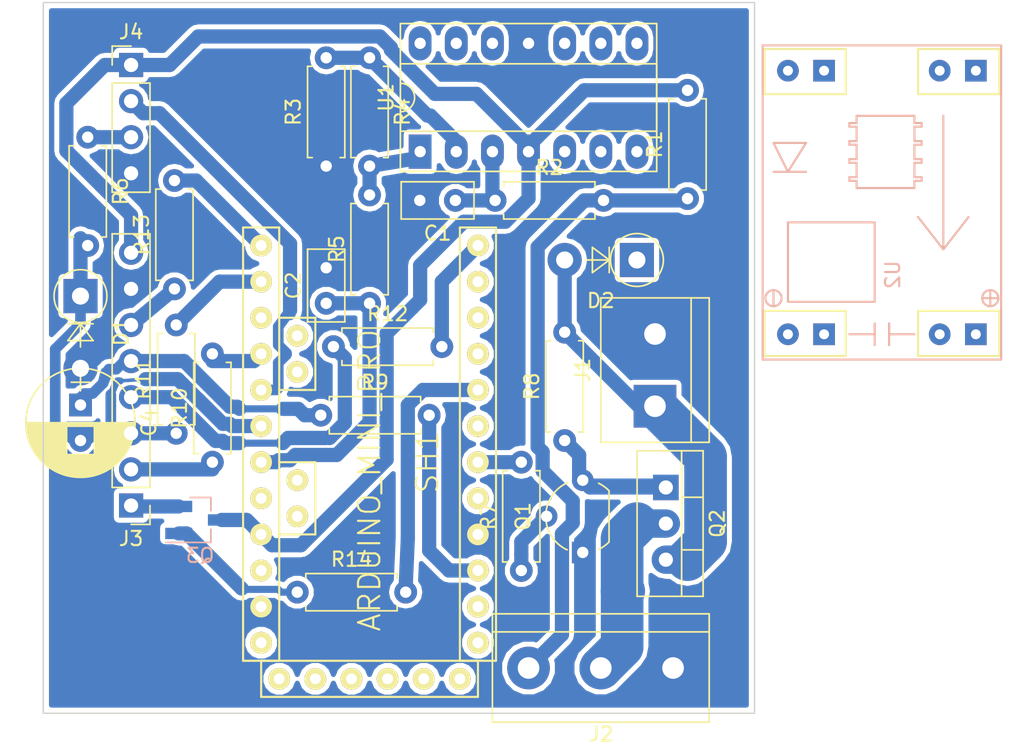
<source format=kicad_pcb>
(kicad_pcb (version 4) (host pcbnew 4.0.6)

  (general
    (links 61)
    (no_connects 10)
    (area 99.879 99.06 172.219 151.775)
    (thickness 1.6)
    (drawings 4)
    (tracks 184)
    (zones 0)
    (modules 29)
    (nets 30)
  )

  (page A4)
  (layers
    (0 F.Cu signal)
    (31 B.Cu signal)
    (32 B.Adhes user)
    (33 F.Adhes user)
    (34 B.Paste user)
    (35 F.Paste user)
    (36 B.SilkS user)
    (37 F.SilkS user)
    (38 B.Mask user)
    (39 F.Mask user)
    (40 Dwgs.User user)
    (41 Cmts.User user)
    (42 Eco1.User user)
    (43 Eco2.User user)
    (44 Edge.Cuts user)
    (45 Margin user)
    (46 B.CrtYd user)
    (47 F.CrtYd user)
    (48 B.Fab user)
    (49 F.Fab user)
  )

  (setup
    (last_trace_width 1)
    (user_trace_width 0.5)
    (user_trace_width 0.75)
    (user_trace_width 1)
    (user_trace_width 2)
    (user_trace_width 3)
    (trace_clearance 0.2)
    (zone_clearance 0.3508)
    (zone_45_only no)
    (trace_min 0.2)
    (segment_width 0.2)
    (edge_width 0.1)
    (via_size 0.6)
    (via_drill 0.4)
    (via_min_size 0.4)
    (via_min_drill 0.3)
    (uvia_size 0.3)
    (uvia_drill 0.1)
    (uvias_allowed no)
    (uvia_min_size 0.2)
    (uvia_min_drill 0.1)
    (pcb_text_width 0.3)
    (pcb_text_size 1.5 1.5)
    (mod_edge_width 0.15)
    (mod_text_size 1 1)
    (mod_text_width 0.15)
    (pad_size 1.5 1.5)
    (pad_drill 0.6)
    (pad_to_mask_clearance 0)
    (aux_axis_origin 0 0)
    (visible_elements 7FFFEFFF)
    (pcbplotparams
      (layerselection 0x00030_80000001)
      (usegerberextensions false)
      (excludeedgelayer true)
      (linewidth 0.100000)
      (plotframeref false)
      (viasonmask false)
      (mode 1)
      (useauxorigin false)
      (hpglpennumber 1)
      (hpglpenspeed 20)
      (hpglpendiameter 15)
      (hpglpenoverlay 2)
      (psnegative false)
      (psa4output false)
      (plotreference true)
      (plotvalue true)
      (plotinvisibletext false)
      (padsonsilk false)
      (subtractmaskfromsilk false)
      (outputformat 1)
      (mirror false)
      (drillshape 1)
      (scaleselection 1)
      (outputdirectory ""))
  )

  (net 0 "")
  (net 1 "Net-(C1-Pad1)")
  (net 2 GND)
  (net 3 OPAMP)
  (net 4 "Net-(C4-Pad1)")
  (net 5 +5V)
  (net 6 SB)
  (net 7 +12V)
  (net 8 SENS)
  (net 9 "Net-(J2-Pad2)")
  (net 10 "Net-(J3-Pad2)")
  (net 11 "Net-(J3-Pad3)")
  (net 12 "Net-(J3-Pad4)")
  (net 13 "Net-(J3-Pad6)")
  (net 14 POTI)
  (net 15 SBOUT)
  (net 16 "Net-(Q1-Pad2)")
  (net 17 "Net-(R3-Pad2)")
  (net 18 "Net-(R4-Pad2)")
  (net 19 PWM)
  (net 20 RESET)
  (net 21 SCK)
  (net 22 SDA)
  (net 23 DC)
  (net 24 CS)
  (net 25 "Net-(D2-Pad1)")
  (net 26 BL)
  (net 27 "Net-(Q1-Pad3)")
  (net 28 "Net-(Q3-Pad1)")
  (net 29 BLPWM)

  (net_class Default "This is the default net class."
    (clearance 0.2)
    (trace_width 0.25)
    (via_dia 0.6)
    (via_drill 0.4)
    (uvia_dia 0.3)
    (uvia_drill 0.1)
    (add_net +12V)
    (add_net +5V)
    (add_net BL)
    (add_net BLPWM)
    (add_net CS)
    (add_net DC)
    (add_net GND)
    (add_net "Net-(C1-Pad1)")
    (add_net "Net-(C4-Pad1)")
    (add_net "Net-(D2-Pad1)")
    (add_net "Net-(J2-Pad2)")
    (add_net "Net-(J3-Pad2)")
    (add_net "Net-(J3-Pad3)")
    (add_net "Net-(J3-Pad4)")
    (add_net "Net-(J3-Pad6)")
    (add_net "Net-(Q1-Pad2)")
    (add_net "Net-(Q1-Pad3)")
    (add_net "Net-(Q3-Pad1)")
    (add_net "Net-(R3-Pad2)")
    (add_net "Net-(R4-Pad2)")
    (add_net OPAMP)
    (add_net POTI)
    (add_net PWM)
    (add_net RESET)
    (add_net SB)
    (add_net SBOUT)
    (add_net SCK)
    (add_net SDA)
    (add_net SENS)
  )

  (module SHIELD_ARDUINO:ARDUINO_MINI_PRO_V10 (layer F.Cu) (tedit 547AEBB5) (tstamp 592FC3C1)
    (at 125.984 131.572 180)
    (path /58DED41F)
    (fp_text reference SH1 (at -4.064 0 270) (layer F.SilkS)
      (effects (font (size 1.5 1.5) (thickness 0.15)))
    )
    (fp_text value ARDUINO_MINI_PRO (at 0 -1.27 270) (layer F.SilkS)
      (effects (font (size 1.5 1.5) (thickness 0.15)))
    )
    (fp_line (start 6.35 5.08) (end 3.81 5.08) (layer F.SilkS) (width 0.15))
    (fp_line (start 3.81 5.08) (end 3.81 10.16) (layer F.SilkS) (width 0.15))
    (fp_line (start 3.81 10.16) (end 6.35 10.16) (layer F.SilkS) (width 0.15))
    (fp_line (start 6.35 -5.08) (end 3.81 -5.08) (layer F.SilkS) (width 0.15))
    (fp_line (start 3.81 -5.08) (end 3.81 0) (layer F.SilkS) (width 0.15))
    (fp_line (start 3.81 0) (end 6.35 0) (layer F.SilkS) (width 0.15))
    (fp_line (start 8.89 -13.97) (end 6.35 -13.97) (layer F.SilkS) (width 0.15))
    (fp_line (start -6.35 -13.97) (end -6.35 16.51) (layer F.SilkS) (width 0.15))
    (fp_line (start -6.35 16.51) (end -8.89 16.51) (layer F.SilkS) (width 0.15))
    (fp_line (start -8.89 16.51) (end -8.89 -13.97) (layer F.SilkS) (width 0.15))
    (fp_line (start -8.89 -13.97) (end -6.35 -13.97) (layer F.SilkS) (width 0.15))
    (fp_line (start 6.35 -13.97) (end 6.35 16.51) (layer F.SilkS) (width 0.15))
    (fp_line (start 6.35 16.51) (end 8.89 16.51) (layer F.SilkS) (width 0.15))
    (fp_line (start 8.89 16.51) (end 8.89 -13.97) (layer F.SilkS) (width 0.15))
    (fp_line (start -7.62 -16.51) (end 7.62 -16.51) (layer F.SilkS) (width 0.15))
    (fp_line (start 7.62 -16.51) (end 7.62 -13.97) (layer F.SilkS) (width 0.15))
    (fp_line (start 7.62 -13.97) (end -7.62 -13.97) (layer F.SilkS) (width 0.15))
    (fp_line (start -7.62 -13.97) (end -7.62 -16.51) (layer F.SilkS) (width 0.15))
    (pad GRN thru_hole circle (at -6.35 -15.24 180) (size 1.524 1.524) (drill 0.762) (layers *.Cu *.Mask F.SilkS))
    (pad TX/1 thru_hole circle (at -3.81 -15.24 180) (size 1.524 1.524) (drill 0.762) (layers *.Cu *.Mask F.SilkS))
    (pad RX/1 thru_hole circle (at -1.27 -15.24 180) (size 1.524 1.524) (drill 0.762) (layers *.Cu *.Mask F.SilkS))
    (pad VCC1 thru_hole circle (at 1.27 -15.24 180) (size 1.524 1.524) (drill 0.762) (layers *.Cu *.Mask F.SilkS))
    (pad GND1 thru_hole circle (at 3.81 -15.24 180) (size 1.524 1.524) (drill 0.762) (layers *.Cu *.Mask F.SilkS))
    (pad BLK thru_hole circle (at 6.35 -15.24 180) (size 1.524 1.524) (drill 0.762) (layers *.Cu *.Mask F.SilkS))
    (pad TX/2 thru_hole circle (at -7.62 -12.7 180) (size 1.524 1.524) (drill 0.762) (layers *.Cu *.Mask F.SilkS))
    (pad RX/2 thru_hole circle (at -7.62 -10.16 180) (size 1.524 1.524) (drill 0.762) (layers *.Cu *.Mask F.SilkS))
    (pad RST1 thru_hole circle (at -7.62 -7.62 180) (size 1.524 1.524) (drill 0.762) (layers *.Cu *.Mask F.SilkS)
      (net 20 RESET))
    (pad GND2 thru_hole circle (at -7.62 -5.08 180) (size 1.524 1.524) (drill 0.762) (layers *.Cu *.Mask F.SilkS)
      (net 2 GND))
    (pad 2 thru_hole circle (at -7.62 -2.54 180) (size 1.524 1.524) (drill 0.762) (layers *.Cu *.Mask F.SilkS))
    (pad 3 thru_hole circle (at -7.62 0 180) (size 1.524 1.524) (drill 0.762) (layers *.Cu *.Mask F.SilkS)
      (net 19 PWM))
    (pad 4 thru_hole circle (at -7.62 2.54 180) (size 1.524 1.524) (drill 0.762) (layers *.Cu *.Mask F.SilkS))
    (pad 5 thru_hole circle (at -7.62 5.08 180) (size 1.524 1.524) (drill 0.762) (layers *.Cu *.Mask F.SilkS)
      (net 29 BLPWM))
    (pad 6 thru_hole circle (at -7.62 7.62 180) (size 1.524 1.524) (drill 0.762) (layers *.Cu *.Mask F.SilkS))
    (pad 7 thru_hole circle (at -7.62 10.16 180) (size 1.524 1.524) (drill 0.762) (layers *.Cu *.Mask F.SilkS))
    (pad 8 thru_hole circle (at -7.62 12.7 180) (size 1.524 1.524) (drill 0.762) (layers *.Cu *.Mask F.SilkS))
    (pad 9 thru_hole circle (at -7.62 15.24 180) (size 1.524 1.524) (drill 0.762) (layers *.Cu *.Mask F.SilkS)
      (net 23 DC))
    (pad RAW thru_hole circle (at 7.62 -12.7 180) (size 1.524 1.524) (drill 0.762) (layers *.Cu *.Mask F.SilkS))
    (pad GND3 thru_hole circle (at 7.62 -10.16 180) (size 1.524 1.524) (drill 0.762) (layers *.Cu *.Mask F.SilkS)
      (net 2 GND))
    (pad RST2 thru_hole circle (at 7.62 -7.62 180) (size 1.524 1.524) (drill 0.762) (layers *.Cu *.Mask F.SilkS))
    (pad VCC2 thru_hole circle (at 7.62 -5.08 180) (size 1.524 1.524) (drill 0.762) (layers *.Cu *.Mask F.SilkS)
      (net 5 +5V))
    (pad A0 thru_hole circle (at 7.62 5.08 180) (size 1.524 1.524) (drill 0.762) (layers *.Cu *.Mask F.SilkS)
      (net 14 POTI))
    (pad A1 thru_hole circle (at 7.62 2.54 180) (size 1.524 1.524) (drill 0.762) (layers *.Cu *.Mask F.SilkS)
      (net 6 SB))
    (pad A2 thru_hole circle (at 7.62 0 180) (size 1.524 1.524) (drill 0.762) (layers *.Cu *.Mask F.SilkS)
      (net 3 OPAMP))
    (pad A3 thru_hole circle (at 7.62 -2.54 180) (size 1.524 1.524) (drill 0.762) (layers *.Cu *.Mask F.SilkS))
    (pad 10 thru_hole circle (at 7.62 15.24 180) (size 1.524 1.524) (drill 0.762) (layers *.Cu *.Mask F.SilkS)
      (net 24 CS))
    (pad 11 thru_hole circle (at 7.62 12.7 180) (size 1.524 1.524) (drill 0.762) (layers *.Cu *.Mask F.SilkS)
      (net 22 SDA))
    (pad 12 thru_hole circle (at 7.62 10.16 180) (size 1.524 1.524) (drill 0.762) (layers *.Cu *.Mask F.SilkS))
    (pad 13 thru_hole circle (at 7.62 7.62 180) (size 1.524 1.524) (drill 0.762) (layers *.Cu *.Mask F.SilkS)
      (net 21 SCK))
    (pad A5 thru_hole circle (at 5.08 -3.81 180) (size 1.524 1.524) (drill 0.762) (layers *.Cu *.Mask F.SilkS))
    (pad A4 thru_hole circle (at 5.08 -1.27 180) (size 1.524 1.524) (drill 0.762) (layers *.Cu *.Mask F.SilkS))
    (pad A7 thru_hole circle (at 5.08 6.35 180) (size 1.524 1.524) (drill 0.762) (layers *.Cu *.Mask F.SilkS))
    (pad A6 thru_hole circle (at 5.08 8.89 180) (size 1.524 1.524) (drill 0.762) (layers *.Cu *.Mask F.SilkS))
  )

  (module Capacitors_THT:C_Disc_D5.0mm_W2.5mm_P2.50mm (layer F.Cu) (tedit 5920C254) (tstamp 592FC2EB)
    (at 132.0165 113.157 180)
    (descr "C, Disc series, Radial, pin pitch=2.50mm, , diameter*width=5*2.5mm^2, Capacitor, http://cdn-reichelt.de/documents/datenblatt/B300/DS_KERKO_TC.pdf")
    (tags "C Disc series Radial pin pitch 2.50mm  diameter 5mm width 2.5mm Capacitor")
    (path /592F49BB)
    (fp_text reference C1 (at 1.25 -2.31 180) (layer F.SilkS)
      (effects (font (size 1 1) (thickness 0.15)))
    )
    (fp_text value 100n (at 1.25 2.31 180) (layer F.Fab)
      (effects (font (size 1 1) (thickness 0.15)))
    )
    (fp_text user %R (at 4.953 0.8255 180) (layer F.Fab)
      (effects (font (size 1 1) (thickness 0.15)))
    )
    (fp_line (start -1.25 -1.25) (end -1.25 1.25) (layer F.Fab) (width 0.1))
    (fp_line (start -1.25 1.25) (end 3.75 1.25) (layer F.Fab) (width 0.1))
    (fp_line (start 3.75 1.25) (end 3.75 -1.25) (layer F.Fab) (width 0.1))
    (fp_line (start 3.75 -1.25) (end -1.25 -1.25) (layer F.Fab) (width 0.1))
    (fp_line (start -1.31 -1.31) (end 3.81 -1.31) (layer F.SilkS) (width 0.12))
    (fp_line (start -1.31 1.31) (end 3.81 1.31) (layer F.SilkS) (width 0.12))
    (fp_line (start -1.31 -1.31) (end -1.31 1.31) (layer F.SilkS) (width 0.12))
    (fp_line (start 3.81 -1.31) (end 3.81 1.31) (layer F.SilkS) (width 0.12))
    (fp_line (start -1.6 -1.6) (end -1.6 1.6) (layer F.CrtYd) (width 0.05))
    (fp_line (start -1.6 1.6) (end 4.1 1.6) (layer F.CrtYd) (width 0.05))
    (fp_line (start 4.1 1.6) (end 4.1 -1.6) (layer F.CrtYd) (width 0.05))
    (fp_line (start 4.1 -1.6) (end -1.6 -1.6) (layer F.CrtYd) (width 0.05))
    (pad 1 thru_hole circle (at 0 0 180) (size 1.6 1.6) (drill 0.8) (layers *.Cu *.Mask)
      (net 1 "Net-(C1-Pad1)"))
    (pad 2 thru_hole circle (at 2.5 0 180) (size 1.6 1.6) (drill 0.8) (layers *.Cu *.Mask)
      (net 2 GND))
    (model ${KISYS3DMOD}/Capacitors_THT.3dshapes/C_Disc_D5.0mm_W2.5mm_P2.50mm.wrl
      (at (xyz 0 0 0))
      (scale (xyz 0.393701 0.393701 0.393701))
      (rotate (xyz 0 0 0))
    )
  )

  (module Capacitors_THT:C_Disc_D5.0mm_W2.5mm_P2.50mm (layer F.Cu) (tedit 5920C254) (tstamp 592FC2F1)
    (at 122.936 120.396 90)
    (descr "C, Disc series, Radial, pin pitch=2.50mm, , diameter*width=5*2.5mm^2, Capacitor, http://cdn-reichelt.de/documents/datenblatt/B300/DS_KERKO_TC.pdf")
    (tags "C Disc series Radial pin pitch 2.50mm  diameter 5mm width 2.5mm Capacitor")
    (path /592F5D81)
    (fp_text reference C2 (at 1.25 -2.31 90) (layer F.SilkS)
      (effects (font (size 1 1) (thickness 0.15)))
    )
    (fp_text value 100n (at 1.25 2.31 90) (layer F.Fab)
      (effects (font (size 1 1) (thickness 0.15)))
    )
    (fp_text user %R (at 1.25 0 90) (layer F.Fab)
      (effects (font (size 1 1) (thickness 0.15)))
    )
    (fp_line (start -1.25 -1.25) (end -1.25 1.25) (layer F.Fab) (width 0.1))
    (fp_line (start -1.25 1.25) (end 3.75 1.25) (layer F.Fab) (width 0.1))
    (fp_line (start 3.75 1.25) (end 3.75 -1.25) (layer F.Fab) (width 0.1))
    (fp_line (start 3.75 -1.25) (end -1.25 -1.25) (layer F.Fab) (width 0.1))
    (fp_line (start -1.31 -1.31) (end 3.81 -1.31) (layer F.SilkS) (width 0.12))
    (fp_line (start -1.31 1.31) (end 3.81 1.31) (layer F.SilkS) (width 0.12))
    (fp_line (start -1.31 -1.31) (end -1.31 1.31) (layer F.SilkS) (width 0.12))
    (fp_line (start 3.81 -1.31) (end 3.81 1.31) (layer F.SilkS) (width 0.12))
    (fp_line (start -1.6 -1.6) (end -1.6 1.6) (layer F.CrtYd) (width 0.05))
    (fp_line (start -1.6 1.6) (end 4.1 1.6) (layer F.CrtYd) (width 0.05))
    (fp_line (start 4.1 1.6) (end 4.1 -1.6) (layer F.CrtYd) (width 0.05))
    (fp_line (start 4.1 -1.6) (end -1.6 -1.6) (layer F.CrtYd) (width 0.05))
    (pad 1 thru_hole circle (at 0 0 90) (size 1.6 1.6) (drill 0.8) (layers *.Cu *.Mask)
      (net 3 OPAMP))
    (pad 2 thru_hole circle (at 2.5 0 90) (size 1.6 1.6) (drill 0.8) (layers *.Cu *.Mask)
      (net 2 GND))
    (model ${KISYS3DMOD}/Capacitors_THT.3dshapes/C_Disc_D5.0mm_W2.5mm_P2.50mm.wrl
      (at (xyz 0 0 0))
      (scale (xyz 0.393701 0.393701 0.393701))
      (rotate (xyz 0 0 0))
    )
  )

  (module Capacitors_THT:CP_Radial_D7.5mm_P2.50mm (layer F.Cu) (tedit 5920C257) (tstamp 592FC2FD)
    (at 105.664 127.548 270)
    (descr "CP, Radial series, Radial, pin pitch=2.50mm, , diameter=7.5mm, Electrolytic Capacitor")
    (tags "CP Radial series Radial pin pitch 2.50mm  diameter 7.5mm Electrolytic Capacitor")
    (path /592FCF7F)
    (fp_text reference C4 (at 1.25 -4.81 270) (layer F.SilkS)
      (effects (font (size 1 1) (thickness 0.15)))
    )
    (fp_text value 10u (at 1.25 4.81 270) (layer F.Fab)
      (effects (font (size 1 1) (thickness 0.15)))
    )
    (fp_text user %R (at 0.762 2.032 270) (layer F.Fab)
      (effects (font (size 1 1) (thickness 0.15)))
    )
    (fp_line (start -2.2 0) (end -1 0) (layer F.Fab) (width 0.1))
    (fp_line (start -1.6 -0.65) (end -1.6 0.65) (layer F.Fab) (width 0.1))
    (fp_line (start 1.25 -3.8) (end 1.25 3.8) (layer F.SilkS) (width 0.12))
    (fp_line (start 1.29 -3.8) (end 1.29 3.8) (layer F.SilkS) (width 0.12))
    (fp_line (start 1.33 -3.8) (end 1.33 3.8) (layer F.SilkS) (width 0.12))
    (fp_line (start 1.37 -3.799) (end 1.37 3.799) (layer F.SilkS) (width 0.12))
    (fp_line (start 1.41 -3.797) (end 1.41 3.797) (layer F.SilkS) (width 0.12))
    (fp_line (start 1.45 -3.795) (end 1.45 3.795) (layer F.SilkS) (width 0.12))
    (fp_line (start 1.49 -3.793) (end 1.49 3.793) (layer F.SilkS) (width 0.12))
    (fp_line (start 1.53 -3.79) (end 1.53 -0.98) (layer F.SilkS) (width 0.12))
    (fp_line (start 1.53 0.98) (end 1.53 3.79) (layer F.SilkS) (width 0.12))
    (fp_line (start 1.57 -3.787) (end 1.57 -0.98) (layer F.SilkS) (width 0.12))
    (fp_line (start 1.57 0.98) (end 1.57 3.787) (layer F.SilkS) (width 0.12))
    (fp_line (start 1.61 -3.784) (end 1.61 -0.98) (layer F.SilkS) (width 0.12))
    (fp_line (start 1.61 0.98) (end 1.61 3.784) (layer F.SilkS) (width 0.12))
    (fp_line (start 1.65 -3.78) (end 1.65 -0.98) (layer F.SilkS) (width 0.12))
    (fp_line (start 1.65 0.98) (end 1.65 3.78) (layer F.SilkS) (width 0.12))
    (fp_line (start 1.69 -3.775) (end 1.69 -0.98) (layer F.SilkS) (width 0.12))
    (fp_line (start 1.69 0.98) (end 1.69 3.775) (layer F.SilkS) (width 0.12))
    (fp_line (start 1.73 -3.77) (end 1.73 -0.98) (layer F.SilkS) (width 0.12))
    (fp_line (start 1.73 0.98) (end 1.73 3.77) (layer F.SilkS) (width 0.12))
    (fp_line (start 1.77 -3.765) (end 1.77 -0.98) (layer F.SilkS) (width 0.12))
    (fp_line (start 1.77 0.98) (end 1.77 3.765) (layer F.SilkS) (width 0.12))
    (fp_line (start 1.81 -3.759) (end 1.81 -0.98) (layer F.SilkS) (width 0.12))
    (fp_line (start 1.81 0.98) (end 1.81 3.759) (layer F.SilkS) (width 0.12))
    (fp_line (start 1.85 -3.753) (end 1.85 -0.98) (layer F.SilkS) (width 0.12))
    (fp_line (start 1.85 0.98) (end 1.85 3.753) (layer F.SilkS) (width 0.12))
    (fp_line (start 1.89 -3.747) (end 1.89 -0.98) (layer F.SilkS) (width 0.12))
    (fp_line (start 1.89 0.98) (end 1.89 3.747) (layer F.SilkS) (width 0.12))
    (fp_line (start 1.93 -3.74) (end 1.93 -0.98) (layer F.SilkS) (width 0.12))
    (fp_line (start 1.93 0.98) (end 1.93 3.74) (layer F.SilkS) (width 0.12))
    (fp_line (start 1.971 -3.732) (end 1.971 -0.98) (layer F.SilkS) (width 0.12))
    (fp_line (start 1.971 0.98) (end 1.971 3.732) (layer F.SilkS) (width 0.12))
    (fp_line (start 2.011 -3.725) (end 2.011 -0.98) (layer F.SilkS) (width 0.12))
    (fp_line (start 2.011 0.98) (end 2.011 3.725) (layer F.SilkS) (width 0.12))
    (fp_line (start 2.051 -3.716) (end 2.051 -0.98) (layer F.SilkS) (width 0.12))
    (fp_line (start 2.051 0.98) (end 2.051 3.716) (layer F.SilkS) (width 0.12))
    (fp_line (start 2.091 -3.707) (end 2.091 -0.98) (layer F.SilkS) (width 0.12))
    (fp_line (start 2.091 0.98) (end 2.091 3.707) (layer F.SilkS) (width 0.12))
    (fp_line (start 2.131 -3.698) (end 2.131 -0.98) (layer F.SilkS) (width 0.12))
    (fp_line (start 2.131 0.98) (end 2.131 3.698) (layer F.SilkS) (width 0.12))
    (fp_line (start 2.171 -3.689) (end 2.171 -0.98) (layer F.SilkS) (width 0.12))
    (fp_line (start 2.171 0.98) (end 2.171 3.689) (layer F.SilkS) (width 0.12))
    (fp_line (start 2.211 -3.679) (end 2.211 -0.98) (layer F.SilkS) (width 0.12))
    (fp_line (start 2.211 0.98) (end 2.211 3.679) (layer F.SilkS) (width 0.12))
    (fp_line (start 2.251 -3.668) (end 2.251 -0.98) (layer F.SilkS) (width 0.12))
    (fp_line (start 2.251 0.98) (end 2.251 3.668) (layer F.SilkS) (width 0.12))
    (fp_line (start 2.291 -3.657) (end 2.291 -0.98) (layer F.SilkS) (width 0.12))
    (fp_line (start 2.291 0.98) (end 2.291 3.657) (layer F.SilkS) (width 0.12))
    (fp_line (start 2.331 -3.645) (end 2.331 -0.98) (layer F.SilkS) (width 0.12))
    (fp_line (start 2.331 0.98) (end 2.331 3.645) (layer F.SilkS) (width 0.12))
    (fp_line (start 2.371 -3.634) (end 2.371 -0.98) (layer F.SilkS) (width 0.12))
    (fp_line (start 2.371 0.98) (end 2.371 3.634) (layer F.SilkS) (width 0.12))
    (fp_line (start 2.411 -3.621) (end 2.411 -0.98) (layer F.SilkS) (width 0.12))
    (fp_line (start 2.411 0.98) (end 2.411 3.621) (layer F.SilkS) (width 0.12))
    (fp_line (start 2.451 -3.608) (end 2.451 -0.98) (layer F.SilkS) (width 0.12))
    (fp_line (start 2.451 0.98) (end 2.451 3.608) (layer F.SilkS) (width 0.12))
    (fp_line (start 2.491 -3.595) (end 2.491 -0.98) (layer F.SilkS) (width 0.12))
    (fp_line (start 2.491 0.98) (end 2.491 3.595) (layer F.SilkS) (width 0.12))
    (fp_line (start 2.531 -3.581) (end 2.531 -0.98) (layer F.SilkS) (width 0.12))
    (fp_line (start 2.531 0.98) (end 2.531 3.581) (layer F.SilkS) (width 0.12))
    (fp_line (start 2.571 -3.566) (end 2.571 -0.98) (layer F.SilkS) (width 0.12))
    (fp_line (start 2.571 0.98) (end 2.571 3.566) (layer F.SilkS) (width 0.12))
    (fp_line (start 2.611 -3.552) (end 2.611 -0.98) (layer F.SilkS) (width 0.12))
    (fp_line (start 2.611 0.98) (end 2.611 3.552) (layer F.SilkS) (width 0.12))
    (fp_line (start 2.651 -3.536) (end 2.651 -0.98) (layer F.SilkS) (width 0.12))
    (fp_line (start 2.651 0.98) (end 2.651 3.536) (layer F.SilkS) (width 0.12))
    (fp_line (start 2.691 -3.52) (end 2.691 -0.98) (layer F.SilkS) (width 0.12))
    (fp_line (start 2.691 0.98) (end 2.691 3.52) (layer F.SilkS) (width 0.12))
    (fp_line (start 2.731 -3.504) (end 2.731 -0.98) (layer F.SilkS) (width 0.12))
    (fp_line (start 2.731 0.98) (end 2.731 3.504) (layer F.SilkS) (width 0.12))
    (fp_line (start 2.771 -3.487) (end 2.771 -0.98) (layer F.SilkS) (width 0.12))
    (fp_line (start 2.771 0.98) (end 2.771 3.487) (layer F.SilkS) (width 0.12))
    (fp_line (start 2.811 -3.469) (end 2.811 -0.98) (layer F.SilkS) (width 0.12))
    (fp_line (start 2.811 0.98) (end 2.811 3.469) (layer F.SilkS) (width 0.12))
    (fp_line (start 2.851 -3.451) (end 2.851 -0.98) (layer F.SilkS) (width 0.12))
    (fp_line (start 2.851 0.98) (end 2.851 3.451) (layer F.SilkS) (width 0.12))
    (fp_line (start 2.891 -3.433) (end 2.891 -0.98) (layer F.SilkS) (width 0.12))
    (fp_line (start 2.891 0.98) (end 2.891 3.433) (layer F.SilkS) (width 0.12))
    (fp_line (start 2.931 -3.413) (end 2.931 -0.98) (layer F.SilkS) (width 0.12))
    (fp_line (start 2.931 0.98) (end 2.931 3.413) (layer F.SilkS) (width 0.12))
    (fp_line (start 2.971 -3.394) (end 2.971 -0.98) (layer F.SilkS) (width 0.12))
    (fp_line (start 2.971 0.98) (end 2.971 3.394) (layer F.SilkS) (width 0.12))
    (fp_line (start 3.011 -3.373) (end 3.011 -0.98) (layer F.SilkS) (width 0.12))
    (fp_line (start 3.011 0.98) (end 3.011 3.373) (layer F.SilkS) (width 0.12))
    (fp_line (start 3.051 -3.352) (end 3.051 -0.98) (layer F.SilkS) (width 0.12))
    (fp_line (start 3.051 0.98) (end 3.051 3.352) (layer F.SilkS) (width 0.12))
    (fp_line (start 3.091 -3.331) (end 3.091 -0.98) (layer F.SilkS) (width 0.12))
    (fp_line (start 3.091 0.98) (end 3.091 3.331) (layer F.SilkS) (width 0.12))
    (fp_line (start 3.131 -3.309) (end 3.131 -0.98) (layer F.SilkS) (width 0.12))
    (fp_line (start 3.131 0.98) (end 3.131 3.309) (layer F.SilkS) (width 0.12))
    (fp_line (start 3.171 -3.286) (end 3.171 -0.98) (layer F.SilkS) (width 0.12))
    (fp_line (start 3.171 0.98) (end 3.171 3.286) (layer F.SilkS) (width 0.12))
    (fp_line (start 3.211 -3.263) (end 3.211 -0.98) (layer F.SilkS) (width 0.12))
    (fp_line (start 3.211 0.98) (end 3.211 3.263) (layer F.SilkS) (width 0.12))
    (fp_line (start 3.251 -3.239) (end 3.251 -0.98) (layer F.SilkS) (width 0.12))
    (fp_line (start 3.251 0.98) (end 3.251 3.239) (layer F.SilkS) (width 0.12))
    (fp_line (start 3.291 -3.214) (end 3.291 -0.98) (layer F.SilkS) (width 0.12))
    (fp_line (start 3.291 0.98) (end 3.291 3.214) (layer F.SilkS) (width 0.12))
    (fp_line (start 3.331 -3.188) (end 3.331 -0.98) (layer F.SilkS) (width 0.12))
    (fp_line (start 3.331 0.98) (end 3.331 3.188) (layer F.SilkS) (width 0.12))
    (fp_line (start 3.371 -3.162) (end 3.371 -0.98) (layer F.SilkS) (width 0.12))
    (fp_line (start 3.371 0.98) (end 3.371 3.162) (layer F.SilkS) (width 0.12))
    (fp_line (start 3.411 -3.135) (end 3.411 -0.98) (layer F.SilkS) (width 0.12))
    (fp_line (start 3.411 0.98) (end 3.411 3.135) (layer F.SilkS) (width 0.12))
    (fp_line (start 3.451 -3.108) (end 3.451 -0.98) (layer F.SilkS) (width 0.12))
    (fp_line (start 3.451 0.98) (end 3.451 3.108) (layer F.SilkS) (width 0.12))
    (fp_line (start 3.491 -3.079) (end 3.491 3.079) (layer F.SilkS) (width 0.12))
    (fp_line (start 3.531 -3.05) (end 3.531 3.05) (layer F.SilkS) (width 0.12))
    (fp_line (start 3.571 -3.02) (end 3.571 3.02) (layer F.SilkS) (width 0.12))
    (fp_line (start 3.611 -2.99) (end 3.611 2.99) (layer F.SilkS) (width 0.12))
    (fp_line (start 3.651 -2.958) (end 3.651 2.958) (layer F.SilkS) (width 0.12))
    (fp_line (start 3.691 -2.926) (end 3.691 2.926) (layer F.SilkS) (width 0.12))
    (fp_line (start 3.731 -2.892) (end 3.731 2.892) (layer F.SilkS) (width 0.12))
    (fp_line (start 3.771 -2.858) (end 3.771 2.858) (layer F.SilkS) (width 0.12))
    (fp_line (start 3.811 -2.823) (end 3.811 2.823) (layer F.SilkS) (width 0.12))
    (fp_line (start 3.851 -2.786) (end 3.851 2.786) (layer F.SilkS) (width 0.12))
    (fp_line (start 3.891 -2.749) (end 3.891 2.749) (layer F.SilkS) (width 0.12))
    (fp_line (start 3.931 -2.711) (end 3.931 2.711) (layer F.SilkS) (width 0.12))
    (fp_line (start 3.971 -2.671) (end 3.971 2.671) (layer F.SilkS) (width 0.12))
    (fp_line (start 4.011 -2.63) (end 4.011 2.63) (layer F.SilkS) (width 0.12))
    (fp_line (start 4.051 -2.588) (end 4.051 2.588) (layer F.SilkS) (width 0.12))
    (fp_line (start 4.091 -2.545) (end 4.091 2.545) (layer F.SilkS) (width 0.12))
    (fp_line (start 4.131 -2.5) (end 4.131 2.5) (layer F.SilkS) (width 0.12))
    (fp_line (start 4.171 -2.454) (end 4.171 2.454) (layer F.SilkS) (width 0.12))
    (fp_line (start 4.211 -2.407) (end 4.211 2.407) (layer F.SilkS) (width 0.12))
    (fp_line (start 4.251 -2.357) (end 4.251 2.357) (layer F.SilkS) (width 0.12))
    (fp_line (start 4.291 -2.307) (end 4.291 2.307) (layer F.SilkS) (width 0.12))
    (fp_line (start 4.331 -2.254) (end 4.331 2.254) (layer F.SilkS) (width 0.12))
    (fp_line (start 4.371 -2.199) (end 4.371 2.199) (layer F.SilkS) (width 0.12))
    (fp_line (start 4.411 -2.142) (end 4.411 2.142) (layer F.SilkS) (width 0.12))
    (fp_line (start 4.451 -2.083) (end 4.451 2.083) (layer F.SilkS) (width 0.12))
    (fp_line (start 4.491 -2.022) (end 4.491 2.022) (layer F.SilkS) (width 0.12))
    (fp_line (start 4.531 -1.957) (end 4.531 1.957) (layer F.SilkS) (width 0.12))
    (fp_line (start 4.571 -1.89) (end 4.571 1.89) (layer F.SilkS) (width 0.12))
    (fp_line (start 4.611 -1.82) (end 4.611 1.82) (layer F.SilkS) (width 0.12))
    (fp_line (start 4.651 -1.745) (end 4.651 1.745) (layer F.SilkS) (width 0.12))
    (fp_line (start 4.691 -1.667) (end 4.691 1.667) (layer F.SilkS) (width 0.12))
    (fp_line (start 4.731 -1.584) (end 4.731 1.584) (layer F.SilkS) (width 0.12))
    (fp_line (start 4.771 -1.495) (end 4.771 1.495) (layer F.SilkS) (width 0.12))
    (fp_line (start 4.811 -1.4) (end 4.811 1.4) (layer F.SilkS) (width 0.12))
    (fp_line (start 4.851 -1.297) (end 4.851 1.297) (layer F.SilkS) (width 0.12))
    (fp_line (start 4.891 -1.184) (end 4.891 1.184) (layer F.SilkS) (width 0.12))
    (fp_line (start 4.931 -1.057) (end 4.931 1.057) (layer F.SilkS) (width 0.12))
    (fp_line (start 4.971 -0.913) (end 4.971 0.913) (layer F.SilkS) (width 0.12))
    (fp_line (start 5.011 -0.74) (end 5.011 0.74) (layer F.SilkS) (width 0.12))
    (fp_line (start 5.051 -0.513) (end 5.051 0.513) (layer F.SilkS) (width 0.12))
    (fp_line (start -2.2 0) (end -1 0) (layer F.SilkS) (width 0.12))
    (fp_line (start -1.6 -0.65) (end -1.6 0.65) (layer F.SilkS) (width 0.12))
    (fp_line (start -2.85 -4.1) (end -2.85 4.1) (layer F.CrtYd) (width 0.05))
    (fp_line (start -2.85 4.1) (end 5.35 4.1) (layer F.CrtYd) (width 0.05))
    (fp_line (start 5.35 4.1) (end 5.35 -4.1) (layer F.CrtYd) (width 0.05))
    (fp_line (start 5.35 -4.1) (end -2.85 -4.1) (layer F.CrtYd) (width 0.05))
    (fp_circle (center 1.25 0) (end 5 0) (layer F.Fab) (width 0.1))
    (fp_circle (center 1.25 0) (end 5.09 0) (layer F.SilkS) (width 0.12))
    (pad 1 thru_hole rect (at 0 0 270) (size 1.6 1.6) (drill 0.8) (layers *.Cu *.Mask)
      (net 4 "Net-(C4-Pad1)"))
    (pad 2 thru_hole circle (at 2.5 0 270) (size 1.6 1.6) (drill 0.8) (layers *.Cu *.Mask)
      (net 2 GND))
    (model ${KISYS3DMOD}/Capacitors_THT.3dshapes/CP_Radial_D7.5mm_P2.50mm.wrl
      (at (xyz 0 0 0))
      (scale (xyz 0.393701 0.393701 0.393701))
      (rotate (xyz 0 0 0))
    )
  )

  (module Connectors:bornier2 (layer F.Cu) (tedit 587FD522) (tstamp 592FC31B)
    (at 146.05 127.635 90)
    (descr "Bornier d'alimentation 2 pins")
    (tags DEV)
    (path /592FC094)
    (fp_text reference J1 (at 2.54 -5.08 90) (layer F.SilkS)
      (effects (font (size 1 1) (thickness 0.15)))
    )
    (fp_text value Screw_Terminal_1x02 (at 2.54 5.08 90) (layer F.Fab)
      (effects (font (size 1 1) (thickness 0.15)))
    )
    (fp_line (start -2.41 2.55) (end 7.49 2.55) (layer F.Fab) (width 0.1))
    (fp_line (start -2.46 -3.75) (end -2.46 3.75) (layer F.Fab) (width 0.1))
    (fp_line (start -2.46 3.75) (end 7.54 3.75) (layer F.Fab) (width 0.1))
    (fp_line (start 7.54 3.75) (end 7.54 -3.75) (layer F.Fab) (width 0.1))
    (fp_line (start 7.54 -3.75) (end -2.46 -3.75) (layer F.Fab) (width 0.1))
    (fp_line (start 7.62 2.54) (end -2.54 2.54) (layer F.SilkS) (width 0.12))
    (fp_line (start 7.62 3.81) (end 7.62 -3.81) (layer F.SilkS) (width 0.12))
    (fp_line (start 7.62 -3.81) (end -2.54 -3.81) (layer F.SilkS) (width 0.12))
    (fp_line (start -2.54 -3.81) (end -2.54 3.81) (layer F.SilkS) (width 0.12))
    (fp_line (start -2.54 3.81) (end 7.62 3.81) (layer F.SilkS) (width 0.12))
    (fp_line (start -2.71 -4) (end 7.79 -4) (layer F.CrtYd) (width 0.05))
    (fp_line (start -2.71 -4) (end -2.71 4) (layer F.CrtYd) (width 0.05))
    (fp_line (start 7.79 4) (end 7.79 -4) (layer F.CrtYd) (width 0.05))
    (fp_line (start 7.79 4) (end -2.71 4) (layer F.CrtYd) (width 0.05))
    (pad 1 thru_hole rect (at 0 0 90) (size 3 3) (drill 1.52) (layers *.Cu *.Mask)
      (net 7 +12V))
    (pad 2 thru_hole circle (at 5.08 0 90) (size 3 3) (drill 1.52) (layers *.Cu *.Mask)
      (net 2 GND))
    (model Connectors.3dshapes/bornier2.wrl
      (at (xyz 0 0 0))
      (scale (xyz 1 1 1))
      (rotate (xyz 0 0 0))
    )
  )

  (module Pin_Headers:Pin_Header_Straight_1x08_Pitch2.54mm (layer F.Cu) (tedit 58CD4EC1) (tstamp 592FC332)
    (at 109.22 134.62 180)
    (descr "Through hole straight pin header, 1x08, 2.54mm pitch, single row")
    (tags "Through hole pin header THT 1x08 2.54mm single row")
    (path /592FC75F)
    (fp_text reference J3 (at 0 -2.33 180) (layer F.SilkS)
      (effects (font (size 1 1) (thickness 0.15)))
    )
    (fp_text value CONN_01X08 (at 0 20.11 180) (layer F.Fab)
      (effects (font (size 1 1) (thickness 0.15)))
    )
    (fp_line (start -1.27 -1.27) (end -1.27 19.05) (layer F.Fab) (width 0.1))
    (fp_line (start -1.27 19.05) (end 1.27 19.05) (layer F.Fab) (width 0.1))
    (fp_line (start 1.27 19.05) (end 1.27 -1.27) (layer F.Fab) (width 0.1))
    (fp_line (start 1.27 -1.27) (end -1.27 -1.27) (layer F.Fab) (width 0.1))
    (fp_line (start -1.33 1.27) (end -1.33 19.11) (layer F.SilkS) (width 0.12))
    (fp_line (start -1.33 19.11) (end 1.33 19.11) (layer F.SilkS) (width 0.12))
    (fp_line (start 1.33 19.11) (end 1.33 1.27) (layer F.SilkS) (width 0.12))
    (fp_line (start 1.33 1.27) (end -1.33 1.27) (layer F.SilkS) (width 0.12))
    (fp_line (start -1.33 0) (end -1.33 -1.33) (layer F.SilkS) (width 0.12))
    (fp_line (start -1.33 -1.33) (end 0 -1.33) (layer F.SilkS) (width 0.12))
    (fp_line (start -1.8 -1.8) (end -1.8 19.55) (layer F.CrtYd) (width 0.05))
    (fp_line (start -1.8 19.55) (end 1.8 19.55) (layer F.CrtYd) (width 0.05))
    (fp_line (start 1.8 19.55) (end 1.8 -1.8) (layer F.CrtYd) (width 0.05))
    (fp_line (start 1.8 -1.8) (end -1.8 -1.8) (layer F.CrtYd) (width 0.05))
    (fp_text user %R (at 0 -2.33 180) (layer F.Fab)
      (effects (font (size 1 1) (thickness 0.15)))
    )
    (pad 1 thru_hole rect (at 0 0 180) (size 1.7 1.7) (drill 1) (layers *.Cu *.Mask)
      (net 26 BL))
    (pad 2 thru_hole oval (at 0 2.54 180) (size 1.7 1.7) (drill 1) (layers *.Cu *.Mask)
      (net 10 "Net-(J3-Pad2)"))
    (pad 3 thru_hole oval (at 0 5.08 180) (size 1.7 1.7) (drill 1) (layers *.Cu *.Mask)
      (net 11 "Net-(J3-Pad3)"))
    (pad 4 thru_hole oval (at 0 7.62 180) (size 1.7 1.7) (drill 1) (layers *.Cu *.Mask)
      (net 12 "Net-(J3-Pad4)"))
    (pad 5 thru_hole oval (at 0 10.16 180) (size 1.7 1.7) (drill 1) (layers *.Cu *.Mask)
      (net 4 "Net-(C4-Pad1)"))
    (pad 6 thru_hole oval (at 0 12.7 180) (size 1.7 1.7) (drill 1) (layers *.Cu *.Mask)
      (net 13 "Net-(J3-Pad6)"))
    (pad 7 thru_hole oval (at 0 15.24 180) (size 1.7 1.7) (drill 1) (layers *.Cu *.Mask)
      (net 2 GND))
    (pad 8 thru_hole oval (at 0 17.78 180) (size 1.7 1.7) (drill 1) (layers *.Cu *.Mask)
      (net 5 +5V))
    (model ${KISYS3DMOD}/Pin_Headers.3dshapes/Pin_Header_Straight_1x08_Pitch2.54mm.wrl
      (at (xyz 0 -0.35 0))
      (scale (xyz 1 1 1))
      (rotate (xyz 0 0 90))
    )
  )

  (module Pin_Headers:Pin_Header_Straight_1x04_Pitch2.54mm (layer F.Cu) (tedit 58CD4EC1) (tstamp 592FC33A)
    (at 109.22 103.632)
    (descr "Through hole straight pin header, 1x04, 2.54mm pitch, single row")
    (tags "Through hole pin header THT 1x04 2.54mm single row")
    (path /59302412)
    (fp_text reference J4 (at 0 -2.33) (layer F.SilkS)
      (effects (font (size 1 1) (thickness 0.15)))
    )
    (fp_text value CONN_01X04 (at 0 9.95) (layer F.Fab)
      (effects (font (size 1 1) (thickness 0.15)))
    )
    (fp_line (start -1.27 -1.27) (end -1.27 8.89) (layer F.Fab) (width 0.1))
    (fp_line (start -1.27 8.89) (end 1.27 8.89) (layer F.Fab) (width 0.1))
    (fp_line (start 1.27 8.89) (end 1.27 -1.27) (layer F.Fab) (width 0.1))
    (fp_line (start 1.27 -1.27) (end -1.27 -1.27) (layer F.Fab) (width 0.1))
    (fp_line (start -1.33 1.27) (end -1.33 8.95) (layer F.SilkS) (width 0.12))
    (fp_line (start -1.33 8.95) (end 1.33 8.95) (layer F.SilkS) (width 0.12))
    (fp_line (start 1.33 8.95) (end 1.33 1.27) (layer F.SilkS) (width 0.12))
    (fp_line (start 1.33 1.27) (end -1.33 1.27) (layer F.SilkS) (width 0.12))
    (fp_line (start -1.33 0) (end -1.33 -1.33) (layer F.SilkS) (width 0.12))
    (fp_line (start -1.33 -1.33) (end 0 -1.33) (layer F.SilkS) (width 0.12))
    (fp_line (start -1.8 -1.8) (end -1.8 9.4) (layer F.CrtYd) (width 0.05))
    (fp_line (start -1.8 9.4) (end 1.8 9.4) (layer F.CrtYd) (width 0.05))
    (fp_line (start 1.8 9.4) (end 1.8 -1.8) (layer F.CrtYd) (width 0.05))
    (fp_line (start 1.8 -1.8) (end -1.8 -1.8) (layer F.CrtYd) (width 0.05))
    (fp_text user %R (at 0 -2.33) (layer F.Fab)
      (effects (font (size 1 1) (thickness 0.15)))
    )
    (pad 1 thru_hole rect (at 0 0) (size 1.7 1.7) (drill 1) (layers *.Cu *.Mask)
      (net 5 +5V))
    (pad 2 thru_hole oval (at 0 2.54) (size 1.7 1.7) (drill 1) (layers *.Cu *.Mask)
      (net 14 POTI))
    (pad 3 thru_hole oval (at 0 5.08) (size 1.7 1.7) (drill 1) (layers *.Cu *.Mask)
      (net 15 SBOUT))
    (pad 4 thru_hole oval (at 0 7.62) (size 1.7 1.7) (drill 1) (layers *.Cu *.Mask)
      (net 2 GND))
    (model ${KISYS3DMOD}/Pin_Headers.3dshapes/Pin_Header_Straight_1x04_Pitch2.54mm.wrl
      (at (xyz 0 -0.15 0))
      (scale (xyz 1 1 1))
      (rotate (xyz 0 0 90))
    )
  )

  (module Resistors_THT:R_Axial_DIN0207_L6.3mm_D2.5mm_P7.62mm_Horizontal (layer F.Cu) (tedit 5874F706) (tstamp 592FC353)
    (at 148.336 113.03 90)
    (descr "Resistor, Axial_DIN0207 series, Axial, Horizontal, pin pitch=7.62mm, 0.25W = 1/4W, length*diameter=6.3*2.5mm^2, http://cdn-reichelt.de/documents/datenblatt/B400/1_4W%23YAG.pdf")
    (tags "Resistor Axial_DIN0207 series Axial Horizontal pin pitch 7.62mm 0.25W = 1/4W length 6.3mm diameter 2.5mm")
    (path /592F5545)
    (fp_text reference R1 (at 3.81 -2.31 90) (layer F.SilkS)
      (effects (font (size 1 1) (thickness 0.15)))
    )
    (fp_text value 1M (at 3.81 2.31 90) (layer F.Fab)
      (effects (font (size 1 1) (thickness 0.15)))
    )
    (fp_line (start 0.66 -1.25) (end 0.66 1.25) (layer F.Fab) (width 0.1))
    (fp_line (start 0.66 1.25) (end 6.96 1.25) (layer F.Fab) (width 0.1))
    (fp_line (start 6.96 1.25) (end 6.96 -1.25) (layer F.Fab) (width 0.1))
    (fp_line (start 6.96 -1.25) (end 0.66 -1.25) (layer F.Fab) (width 0.1))
    (fp_line (start 0 0) (end 0.66 0) (layer F.Fab) (width 0.1))
    (fp_line (start 7.62 0) (end 6.96 0) (layer F.Fab) (width 0.1))
    (fp_line (start 0.6 -0.98) (end 0.6 -1.31) (layer F.SilkS) (width 0.12))
    (fp_line (start 0.6 -1.31) (end 7.02 -1.31) (layer F.SilkS) (width 0.12))
    (fp_line (start 7.02 -1.31) (end 7.02 -0.98) (layer F.SilkS) (width 0.12))
    (fp_line (start 0.6 0.98) (end 0.6 1.31) (layer F.SilkS) (width 0.12))
    (fp_line (start 0.6 1.31) (end 7.02 1.31) (layer F.SilkS) (width 0.12))
    (fp_line (start 7.02 1.31) (end 7.02 0.98) (layer F.SilkS) (width 0.12))
    (fp_line (start -1.05 -1.6) (end -1.05 1.6) (layer F.CrtYd) (width 0.05))
    (fp_line (start -1.05 1.6) (end 8.7 1.6) (layer F.CrtYd) (width 0.05))
    (fp_line (start 8.7 1.6) (end 8.7 -1.6) (layer F.CrtYd) (width 0.05))
    (fp_line (start 8.7 -1.6) (end -1.05 -1.6) (layer F.CrtYd) (width 0.05))
    (pad 1 thru_hole circle (at 0 0 90) (size 1.6 1.6) (drill 0.8) (layers *.Cu *.Mask)
      (net 8 SENS))
    (pad 2 thru_hole oval (at 7.62 0 90) (size 1.6 1.6) (drill 0.8) (layers *.Cu *.Mask)
      (net 5 +5V))
    (model Resistors_THT.3dshapes/R_Axial_DIN0207_L6.3mm_D2.5mm_P7.62mm_Horizontal.wrl
      (at (xyz 0 0 0))
      (scale (xyz 0.393701 0.393701 0.393701))
      (rotate (xyz 0 0 0))
    )
  )

  (module Resistors_THT:R_Axial_DIN0207_L6.3mm_D2.5mm_P7.62mm_Horizontal (layer F.Cu) (tedit 5874F706) (tstamp 592FC359)
    (at 134.8105 113.157)
    (descr "Resistor, Axial_DIN0207 series, Axial, Horizontal, pin pitch=7.62mm, 0.25W = 1/4W, length*diameter=6.3*2.5mm^2, http://cdn-reichelt.de/documents/datenblatt/B400/1_4W%23YAG.pdf")
    (tags "Resistor Axial_DIN0207 series Axial Horizontal pin pitch 7.62mm 0.25W = 1/4W length 6.3mm diameter 2.5mm")
    (path /592F4717)
    (fp_text reference R2 (at 3.81 -2.31) (layer F.SilkS)
      (effects (font (size 1 1) (thickness 0.15)))
    )
    (fp_text value 1k (at 3.81 2.31) (layer F.Fab)
      (effects (font (size 1 1) (thickness 0.15)))
    )
    (fp_line (start 0.66 -1.25) (end 0.66 1.25) (layer F.Fab) (width 0.1))
    (fp_line (start 0.66 1.25) (end 6.96 1.25) (layer F.Fab) (width 0.1))
    (fp_line (start 6.96 1.25) (end 6.96 -1.25) (layer F.Fab) (width 0.1))
    (fp_line (start 6.96 -1.25) (end 0.66 -1.25) (layer F.Fab) (width 0.1))
    (fp_line (start 0 0) (end 0.66 0) (layer F.Fab) (width 0.1))
    (fp_line (start 7.62 0) (end 6.96 0) (layer F.Fab) (width 0.1))
    (fp_line (start 0.6 -0.98) (end 0.6 -1.31) (layer F.SilkS) (width 0.12))
    (fp_line (start 0.6 -1.31) (end 7.02 -1.31) (layer F.SilkS) (width 0.12))
    (fp_line (start 7.02 -1.31) (end 7.02 -0.98) (layer F.SilkS) (width 0.12))
    (fp_line (start 0.6 0.98) (end 0.6 1.31) (layer F.SilkS) (width 0.12))
    (fp_line (start 0.6 1.31) (end 7.02 1.31) (layer F.SilkS) (width 0.12))
    (fp_line (start 7.02 1.31) (end 7.02 0.98) (layer F.SilkS) (width 0.12))
    (fp_line (start -1.05 -1.6) (end -1.05 1.6) (layer F.CrtYd) (width 0.05))
    (fp_line (start -1.05 1.6) (end 8.7 1.6) (layer F.CrtYd) (width 0.05))
    (fp_line (start 8.7 1.6) (end 8.7 -1.6) (layer F.CrtYd) (width 0.05))
    (fp_line (start 8.7 -1.6) (end -1.05 -1.6) (layer F.CrtYd) (width 0.05))
    (pad 1 thru_hole circle (at 0 0) (size 1.6 1.6) (drill 0.8) (layers *.Cu *.Mask)
      (net 1 "Net-(C1-Pad1)"))
    (pad 2 thru_hole oval (at 7.62 0) (size 1.6 1.6) (drill 0.8) (layers *.Cu *.Mask)
      (net 8 SENS))
    (model Resistors_THT.3dshapes/R_Axial_DIN0207_L6.3mm_D2.5mm_P7.62mm_Horizontal.wrl
      (at (xyz 0 0 0))
      (scale (xyz 0.393701 0.393701 0.393701))
      (rotate (xyz 0 0 0))
    )
  )

  (module Resistors_THT:R_Axial_DIN0207_L6.3mm_D2.5mm_P7.62mm_Horizontal (layer F.Cu) (tedit 5874F706) (tstamp 592FC35F)
    (at 122.936 110.744 90)
    (descr "Resistor, Axial_DIN0207 series, Axial, Horizontal, pin pitch=7.62mm, 0.25W = 1/4W, length*diameter=6.3*2.5mm^2, http://cdn-reichelt.de/documents/datenblatt/B400/1_4W%23YAG.pdf")
    (tags "Resistor Axial_DIN0207 series Axial Horizontal pin pitch 7.62mm 0.25W = 1/4W length 6.3mm diameter 2.5mm")
    (path /592F4DD2)
    (fp_text reference R3 (at 3.81 -2.31 90) (layer F.SilkS)
      (effects (font (size 1 1) (thickness 0.15)))
    )
    (fp_text value 100 (at 3.81 2.31 90) (layer F.Fab)
      (effects (font (size 1 1) (thickness 0.15)))
    )
    (fp_line (start 0.66 -1.25) (end 0.66 1.25) (layer F.Fab) (width 0.1))
    (fp_line (start 0.66 1.25) (end 6.96 1.25) (layer F.Fab) (width 0.1))
    (fp_line (start 6.96 1.25) (end 6.96 -1.25) (layer F.Fab) (width 0.1))
    (fp_line (start 6.96 -1.25) (end 0.66 -1.25) (layer F.Fab) (width 0.1))
    (fp_line (start 0 0) (end 0.66 0) (layer F.Fab) (width 0.1))
    (fp_line (start 7.62 0) (end 6.96 0) (layer F.Fab) (width 0.1))
    (fp_line (start 0.6 -0.98) (end 0.6 -1.31) (layer F.SilkS) (width 0.12))
    (fp_line (start 0.6 -1.31) (end 7.02 -1.31) (layer F.SilkS) (width 0.12))
    (fp_line (start 7.02 -1.31) (end 7.02 -0.98) (layer F.SilkS) (width 0.12))
    (fp_line (start 0.6 0.98) (end 0.6 1.31) (layer F.SilkS) (width 0.12))
    (fp_line (start 0.6 1.31) (end 7.02 1.31) (layer F.SilkS) (width 0.12))
    (fp_line (start 7.02 1.31) (end 7.02 0.98) (layer F.SilkS) (width 0.12))
    (fp_line (start -1.05 -1.6) (end -1.05 1.6) (layer F.CrtYd) (width 0.05))
    (fp_line (start -1.05 1.6) (end 8.7 1.6) (layer F.CrtYd) (width 0.05))
    (fp_line (start 8.7 1.6) (end 8.7 -1.6) (layer F.CrtYd) (width 0.05))
    (fp_line (start 8.7 -1.6) (end -1.05 -1.6) (layer F.CrtYd) (width 0.05))
    (pad 1 thru_hole circle (at 0 0 90) (size 1.6 1.6) (drill 0.8) (layers *.Cu *.Mask)
      (net 2 GND))
    (pad 2 thru_hole oval (at 7.62 0 90) (size 1.6 1.6) (drill 0.8) (layers *.Cu *.Mask)
      (net 17 "Net-(R3-Pad2)"))
    (model Resistors_THT.3dshapes/R_Axial_DIN0207_L6.3mm_D2.5mm_P7.62mm_Horizontal.wrl
      (at (xyz 0 0 0))
      (scale (xyz 0.393701 0.393701 0.393701))
      (rotate (xyz 0 0 0))
    )
  )

  (module Resistors_THT:R_Axial_DIN0207_L6.3mm_D2.5mm_P7.62mm_Horizontal (layer F.Cu) (tedit 5874F706) (tstamp 592FC365)
    (at 125.984 103.124 270)
    (descr "Resistor, Axial_DIN0207 series, Axial, Horizontal, pin pitch=7.62mm, 0.25W = 1/4W, length*diameter=6.3*2.5mm^2, http://cdn-reichelt.de/documents/datenblatt/B400/1_4W%23YAG.pdf")
    (tags "Resistor Axial_DIN0207 series Axial Horizontal pin pitch 7.62mm 0.25W = 1/4W length 6.3mm diameter 2.5mm")
    (path /592F4EBE)
    (fp_text reference R4 (at 3.81 -2.31 270) (layer F.SilkS)
      (effects (font (size 1 1) (thickness 0.15)))
    )
    (fp_text value 66k (at 3.81 2.31 270) (layer F.Fab)
      (effects (font (size 1 1) (thickness 0.15)))
    )
    (fp_line (start 0.66 -1.25) (end 0.66 1.25) (layer F.Fab) (width 0.1))
    (fp_line (start 0.66 1.25) (end 6.96 1.25) (layer F.Fab) (width 0.1))
    (fp_line (start 6.96 1.25) (end 6.96 -1.25) (layer F.Fab) (width 0.1))
    (fp_line (start 6.96 -1.25) (end 0.66 -1.25) (layer F.Fab) (width 0.1))
    (fp_line (start 0 0) (end 0.66 0) (layer F.Fab) (width 0.1))
    (fp_line (start 7.62 0) (end 6.96 0) (layer F.Fab) (width 0.1))
    (fp_line (start 0.6 -0.98) (end 0.6 -1.31) (layer F.SilkS) (width 0.12))
    (fp_line (start 0.6 -1.31) (end 7.02 -1.31) (layer F.SilkS) (width 0.12))
    (fp_line (start 7.02 -1.31) (end 7.02 -0.98) (layer F.SilkS) (width 0.12))
    (fp_line (start 0.6 0.98) (end 0.6 1.31) (layer F.SilkS) (width 0.12))
    (fp_line (start 0.6 1.31) (end 7.02 1.31) (layer F.SilkS) (width 0.12))
    (fp_line (start 7.02 1.31) (end 7.02 0.98) (layer F.SilkS) (width 0.12))
    (fp_line (start -1.05 -1.6) (end -1.05 1.6) (layer F.CrtYd) (width 0.05))
    (fp_line (start -1.05 1.6) (end 8.7 1.6) (layer F.CrtYd) (width 0.05))
    (fp_line (start 8.7 1.6) (end 8.7 -1.6) (layer F.CrtYd) (width 0.05))
    (fp_line (start 8.7 -1.6) (end -1.05 -1.6) (layer F.CrtYd) (width 0.05))
    (pad 1 thru_hole circle (at 0 0 270) (size 1.6 1.6) (drill 0.8) (layers *.Cu *.Mask)
      (net 17 "Net-(R3-Pad2)"))
    (pad 2 thru_hole oval (at 7.62 0 270) (size 1.6 1.6) (drill 0.8) (layers *.Cu *.Mask)
      (net 18 "Net-(R4-Pad2)"))
    (model Resistors_THT.3dshapes/R_Axial_DIN0207_L6.3mm_D2.5mm_P7.62mm_Horizontal.wrl
      (at (xyz 0 0 0))
      (scale (xyz 0.393701 0.393701 0.393701))
      (rotate (xyz 0 0 0))
    )
  )

  (module Resistors_THT:R_Axial_DIN0207_L6.3mm_D2.5mm_P7.62mm_Horizontal (layer F.Cu) (tedit 5874F706) (tstamp 592FC36B)
    (at 125.984 120.396 90)
    (descr "Resistor, Axial_DIN0207 series, Axial, Horizontal, pin pitch=7.62mm, 0.25W = 1/4W, length*diameter=6.3*2.5mm^2, http://cdn-reichelt.de/documents/datenblatt/B400/1_4W%23YAG.pdf")
    (tags "Resistor Axial_DIN0207 series Axial Horizontal pin pitch 7.62mm 0.25W = 1/4W length 6.3mm diameter 2.5mm")
    (path /592F5CBD)
    (fp_text reference R5 (at 3.81 -2.31 90) (layer F.SilkS)
      (effects (font (size 1 1) (thickness 0.15)))
    )
    (fp_text value 1k (at 3.81 2.31 90) (layer F.Fab)
      (effects (font (size 1 1) (thickness 0.15)))
    )
    (fp_line (start 0.66 -1.25) (end 0.66 1.25) (layer F.Fab) (width 0.1))
    (fp_line (start 0.66 1.25) (end 6.96 1.25) (layer F.Fab) (width 0.1))
    (fp_line (start 6.96 1.25) (end 6.96 -1.25) (layer F.Fab) (width 0.1))
    (fp_line (start 6.96 -1.25) (end 0.66 -1.25) (layer F.Fab) (width 0.1))
    (fp_line (start 0 0) (end 0.66 0) (layer F.Fab) (width 0.1))
    (fp_line (start 7.62 0) (end 6.96 0) (layer F.Fab) (width 0.1))
    (fp_line (start 0.6 -0.98) (end 0.6 -1.31) (layer F.SilkS) (width 0.12))
    (fp_line (start 0.6 -1.31) (end 7.02 -1.31) (layer F.SilkS) (width 0.12))
    (fp_line (start 7.02 -1.31) (end 7.02 -0.98) (layer F.SilkS) (width 0.12))
    (fp_line (start 0.6 0.98) (end 0.6 1.31) (layer F.SilkS) (width 0.12))
    (fp_line (start 0.6 1.31) (end 7.02 1.31) (layer F.SilkS) (width 0.12))
    (fp_line (start 7.02 1.31) (end 7.02 0.98) (layer F.SilkS) (width 0.12))
    (fp_line (start -1.05 -1.6) (end -1.05 1.6) (layer F.CrtYd) (width 0.05))
    (fp_line (start -1.05 1.6) (end 8.7 1.6) (layer F.CrtYd) (width 0.05))
    (fp_line (start 8.7 1.6) (end 8.7 -1.6) (layer F.CrtYd) (width 0.05))
    (fp_line (start 8.7 -1.6) (end -1.05 -1.6) (layer F.CrtYd) (width 0.05))
    (pad 1 thru_hole circle (at 0 0 90) (size 1.6 1.6) (drill 0.8) (layers *.Cu *.Mask)
      (net 3 OPAMP))
    (pad 2 thru_hole oval (at 7.62 0 90) (size 1.6 1.6) (drill 0.8) (layers *.Cu *.Mask)
      (net 18 "Net-(R4-Pad2)"))
    (model Resistors_THT.3dshapes/R_Axial_DIN0207_L6.3mm_D2.5mm_P7.62mm_Horizontal.wrl
      (at (xyz 0 0 0))
      (scale (xyz 0.393701 0.393701 0.393701))
      (rotate (xyz 0 0 0))
    )
  )

  (module Resistors_THT:R_Axial_DIN0207_L6.3mm_D2.5mm_P7.62mm_Horizontal (layer F.Cu) (tedit 5874F706) (tstamp 592FC371)
    (at 106.172 108.712 270)
    (descr "Resistor, Axial_DIN0207 series, Axial, Horizontal, pin pitch=7.62mm, 0.25W = 1/4W, length*diameter=6.3*2.5mm^2, http://cdn-reichelt.de/documents/datenblatt/B400/1_4W%23YAG.pdf")
    (tags "Resistor Axial_DIN0207 series Axial Horizontal pin pitch 7.62mm 0.25W = 1/4W length 6.3mm diameter 2.5mm")
    (path /592F7E5C)
    (fp_text reference R6 (at 3.81 -2.31 270) (layer F.SilkS)
      (effects (font (size 1 1) (thickness 0.15)))
    )
    (fp_text value 1k (at 3.81 2.31 270) (layer F.Fab)
      (effects (font (size 1 1) (thickness 0.15)))
    )
    (fp_line (start 0.66 -1.25) (end 0.66 1.25) (layer F.Fab) (width 0.1))
    (fp_line (start 0.66 1.25) (end 6.96 1.25) (layer F.Fab) (width 0.1))
    (fp_line (start 6.96 1.25) (end 6.96 -1.25) (layer F.Fab) (width 0.1))
    (fp_line (start 6.96 -1.25) (end 0.66 -1.25) (layer F.Fab) (width 0.1))
    (fp_line (start 0 0) (end 0.66 0) (layer F.Fab) (width 0.1))
    (fp_line (start 7.62 0) (end 6.96 0) (layer F.Fab) (width 0.1))
    (fp_line (start 0.6 -0.98) (end 0.6 -1.31) (layer F.SilkS) (width 0.12))
    (fp_line (start 0.6 -1.31) (end 7.02 -1.31) (layer F.SilkS) (width 0.12))
    (fp_line (start 7.02 -1.31) (end 7.02 -0.98) (layer F.SilkS) (width 0.12))
    (fp_line (start 0.6 0.98) (end 0.6 1.31) (layer F.SilkS) (width 0.12))
    (fp_line (start 0.6 1.31) (end 7.02 1.31) (layer F.SilkS) (width 0.12))
    (fp_line (start 7.02 1.31) (end 7.02 0.98) (layer F.SilkS) (width 0.12))
    (fp_line (start -1.05 -1.6) (end -1.05 1.6) (layer F.CrtYd) (width 0.05))
    (fp_line (start -1.05 1.6) (end 8.7 1.6) (layer F.CrtYd) (width 0.05))
    (fp_line (start 8.7 1.6) (end 8.7 -1.6) (layer F.CrtYd) (width 0.05))
    (fp_line (start 8.7 -1.6) (end -1.05 -1.6) (layer F.CrtYd) (width 0.05))
    (pad 1 thru_hole circle (at 0 0 270) (size 1.6 1.6) (drill 0.8) (layers *.Cu *.Mask)
      (net 15 SBOUT))
    (pad 2 thru_hole oval (at 7.62 0 270) (size 1.6 1.6) (drill 0.8) (layers *.Cu *.Mask)
      (net 6 SB))
    (model Resistors_THT.3dshapes/R_Axial_DIN0207_L6.3mm_D2.5mm_P7.62mm_Horizontal.wrl
      (at (xyz 0 0 0))
      (scale (xyz 0.393701 0.393701 0.393701))
      (rotate (xyz 0 0 0))
    )
  )

  (module Resistors_THT:R_Axial_DIN0207_L6.3mm_D2.5mm_P7.62mm_Horizontal (layer F.Cu) (tedit 5874F706) (tstamp 592FC377)
    (at 136.652 139.192 90)
    (descr "Resistor, Axial_DIN0207 series, Axial, Horizontal, pin pitch=7.62mm, 0.25W = 1/4W, length*diameter=6.3*2.5mm^2, http://cdn-reichelt.de/documents/datenblatt/B400/1_4W%23YAG.pdf")
    (tags "Resistor Axial_DIN0207 series Axial Horizontal pin pitch 7.62mm 0.25W = 1/4W length 6.3mm diameter 2.5mm")
    (path /592F9B79)
    (fp_text reference R7 (at 3.81 -2.31 90) (layer F.SilkS)
      (effects (font (size 1 1) (thickness 0.15)))
    )
    (fp_text value 1k (at 3.556 2.31 90) (layer F.Fab)
      (effects (font (size 1 1) (thickness 0.15)))
    )
    (fp_line (start 0.66 -1.25) (end 0.66 1.25) (layer F.Fab) (width 0.1))
    (fp_line (start 0.66 1.25) (end 6.96 1.25) (layer F.Fab) (width 0.1))
    (fp_line (start 6.96 1.25) (end 6.96 -1.25) (layer F.Fab) (width 0.1))
    (fp_line (start 6.96 -1.25) (end 0.66 -1.25) (layer F.Fab) (width 0.1))
    (fp_line (start 0 0) (end 0.66 0) (layer F.Fab) (width 0.1))
    (fp_line (start 7.62 0) (end 6.96 0) (layer F.Fab) (width 0.1))
    (fp_line (start 0.6 -0.98) (end 0.6 -1.31) (layer F.SilkS) (width 0.12))
    (fp_line (start 0.6 -1.31) (end 7.02 -1.31) (layer F.SilkS) (width 0.12))
    (fp_line (start 7.02 -1.31) (end 7.02 -0.98) (layer F.SilkS) (width 0.12))
    (fp_line (start 0.6 0.98) (end 0.6 1.31) (layer F.SilkS) (width 0.12))
    (fp_line (start 0.6 1.31) (end 7.02 1.31) (layer F.SilkS) (width 0.12))
    (fp_line (start 7.02 1.31) (end 7.02 0.98) (layer F.SilkS) (width 0.12))
    (fp_line (start -1.05 -1.6) (end -1.05 1.6) (layer F.CrtYd) (width 0.05))
    (fp_line (start -1.05 1.6) (end 8.7 1.6) (layer F.CrtYd) (width 0.05))
    (fp_line (start 8.7 1.6) (end 8.7 -1.6) (layer F.CrtYd) (width 0.05))
    (fp_line (start 8.7 -1.6) (end -1.05 -1.6) (layer F.CrtYd) (width 0.05))
    (pad 1 thru_hole circle (at 0 0 90) (size 1.6 1.6) (drill 0.8) (layers *.Cu *.Mask)
      (net 16 "Net-(Q1-Pad2)"))
    (pad 2 thru_hole oval (at 7.62 0 90) (size 1.6 1.6) (drill 0.8) (layers *.Cu *.Mask)
      (net 19 PWM))
    (model Resistors_THT.3dshapes/R_Axial_DIN0207_L6.3mm_D2.5mm_P7.62mm_Horizontal.wrl
      (at (xyz 0 0 0))
      (scale (xyz 0.393701 0.393701 0.393701))
      (rotate (xyz 0 0 0))
    )
  )

  (module Resistors_THT:R_Axial_DIN0207_L6.3mm_D2.5mm_P7.62mm_Horizontal (layer F.Cu) (tedit 5874F706) (tstamp 592FC37D)
    (at 139.7 130.048 90)
    (descr "Resistor, Axial_DIN0207 series, Axial, Horizontal, pin pitch=7.62mm, 0.25W = 1/4W, length*diameter=6.3*2.5mm^2, http://cdn-reichelt.de/documents/datenblatt/B400/1_4W%23YAG.pdf")
    (tags "Resistor Axial_DIN0207 series Axial Horizontal pin pitch 7.62mm 0.25W = 1/4W length 6.3mm diameter 2.5mm")
    (path /592FA14B)
    (fp_text reference R8 (at 3.81 -2.31 90) (layer F.SilkS)
      (effects (font (size 1 1) (thickness 0.15)))
    )
    (fp_text value 1k (at 3.81 2.31 90) (layer F.Fab)
      (effects (font (size 1 1) (thickness 0.15)))
    )
    (fp_line (start 0.66 -1.25) (end 0.66 1.25) (layer F.Fab) (width 0.1))
    (fp_line (start 0.66 1.25) (end 6.96 1.25) (layer F.Fab) (width 0.1))
    (fp_line (start 6.96 1.25) (end 6.96 -1.25) (layer F.Fab) (width 0.1))
    (fp_line (start 6.96 -1.25) (end 0.66 -1.25) (layer F.Fab) (width 0.1))
    (fp_line (start 0 0) (end 0.66 0) (layer F.Fab) (width 0.1))
    (fp_line (start 7.62 0) (end 6.96 0) (layer F.Fab) (width 0.1))
    (fp_line (start 0.6 -0.98) (end 0.6 -1.31) (layer F.SilkS) (width 0.12))
    (fp_line (start 0.6 -1.31) (end 7.02 -1.31) (layer F.SilkS) (width 0.12))
    (fp_line (start 7.02 -1.31) (end 7.02 -0.98) (layer F.SilkS) (width 0.12))
    (fp_line (start 0.6 0.98) (end 0.6 1.31) (layer F.SilkS) (width 0.12))
    (fp_line (start 0.6 1.31) (end 7.02 1.31) (layer F.SilkS) (width 0.12))
    (fp_line (start 7.02 1.31) (end 7.02 0.98) (layer F.SilkS) (width 0.12))
    (fp_line (start -1.05 -1.6) (end -1.05 1.6) (layer F.CrtYd) (width 0.05))
    (fp_line (start -1.05 1.6) (end 8.7 1.6) (layer F.CrtYd) (width 0.05))
    (fp_line (start 8.7 1.6) (end 8.7 -1.6) (layer F.CrtYd) (width 0.05))
    (fp_line (start 8.7 -1.6) (end -1.05 -1.6) (layer F.CrtYd) (width 0.05))
    (pad 1 thru_hole circle (at 0 0 90) (size 1.6 1.6) (drill 0.8) (layers *.Cu *.Mask)
      (net 27 "Net-(Q1-Pad3)"))
    (pad 2 thru_hole oval (at 7.62 0 90) (size 1.6 1.6) (drill 0.8) (layers *.Cu *.Mask)
      (net 7 +12V))
    (model Resistors_THT.3dshapes/R_Axial_DIN0207_L6.3mm_D2.5mm_P7.62mm_Horizontal.wrl
      (at (xyz 0 0 0))
      (scale (xyz 0.393701 0.393701 0.393701))
      (rotate (xyz 0 0 0))
    )
  )

  (module Resistors_THT:R_Axial_DIN0207_L6.3mm_D2.5mm_P7.62mm_Horizontal (layer F.Cu) (tedit 5874F706) (tstamp 592FC383)
    (at 122.555 128.27)
    (descr "Resistor, Axial_DIN0207 series, Axial, Horizontal, pin pitch=7.62mm, 0.25W = 1/4W, length*diameter=6.3*2.5mm^2, http://cdn-reichelt.de/documents/datenblatt/B400/1_4W%23YAG.pdf")
    (tags "Resistor Axial_DIN0207 series Axial Horizontal pin pitch 7.62mm 0.25W = 1/4W length 6.3mm diameter 2.5mm")
    (path /592FD039)
    (fp_text reference R9 (at 3.81 -2.31) (layer F.SilkS)
      (effects (font (size 1 1) (thickness 0.15)))
    )
    (fp_text value 10k (at 3.81 2.31) (layer F.Fab)
      (effects (font (size 1 1) (thickness 0.15)))
    )
    (fp_line (start 0.66 -1.25) (end 0.66 1.25) (layer F.Fab) (width 0.1))
    (fp_line (start 0.66 1.25) (end 6.96 1.25) (layer F.Fab) (width 0.1))
    (fp_line (start 6.96 1.25) (end 6.96 -1.25) (layer F.Fab) (width 0.1))
    (fp_line (start 6.96 -1.25) (end 0.66 -1.25) (layer F.Fab) (width 0.1))
    (fp_line (start 0 0) (end 0.66 0) (layer F.Fab) (width 0.1))
    (fp_line (start 7.62 0) (end 6.96 0) (layer F.Fab) (width 0.1))
    (fp_line (start 0.6 -0.98) (end 0.6 -1.31) (layer F.SilkS) (width 0.12))
    (fp_line (start 0.6 -1.31) (end 7.02 -1.31) (layer F.SilkS) (width 0.12))
    (fp_line (start 7.02 -1.31) (end 7.02 -0.98) (layer F.SilkS) (width 0.12))
    (fp_line (start 0.6 0.98) (end 0.6 1.31) (layer F.SilkS) (width 0.12))
    (fp_line (start 0.6 1.31) (end 7.02 1.31) (layer F.SilkS) (width 0.12))
    (fp_line (start 7.02 1.31) (end 7.02 0.98) (layer F.SilkS) (width 0.12))
    (fp_line (start -1.05 -1.6) (end -1.05 1.6) (layer F.CrtYd) (width 0.05))
    (fp_line (start -1.05 1.6) (end 8.7 1.6) (layer F.CrtYd) (width 0.05))
    (fp_line (start 8.7 1.6) (end 8.7 -1.6) (layer F.CrtYd) (width 0.05))
    (fp_line (start 8.7 -1.6) (end -1.05 -1.6) (layer F.CrtYd) (width 0.05))
    (pad 1 thru_hole circle (at 0 0) (size 1.6 1.6) (drill 0.8) (layers *.Cu *.Mask)
      (net 4 "Net-(C4-Pad1)"))
    (pad 2 thru_hole oval (at 7.62 0) (size 1.6 1.6) (drill 0.8) (layers *.Cu *.Mask)
      (net 20 RESET))
    (model Resistors_THT.3dshapes/R_Axial_DIN0207_L6.3mm_D2.5mm_P7.62mm_Horizontal.wrl
      (at (xyz 0 0 0))
      (scale (xyz 0.393701 0.393701 0.393701))
      (rotate (xyz 0 0 0))
    )
  )

  (module Resistors_THT:R_Axial_DIN0207_L6.3mm_D2.5mm_P7.62mm_Horizontal (layer F.Cu) (tedit 5874F706) (tstamp 592FC389)
    (at 114.935 131.572 90)
    (descr "Resistor, Axial_DIN0207 series, Axial, Horizontal, pin pitch=7.62mm, 0.25W = 1/4W, length*diameter=6.3*2.5mm^2, http://cdn-reichelt.de/documents/datenblatt/B400/1_4W%23YAG.pdf")
    (tags "Resistor Axial_DIN0207 series Axial Horizontal pin pitch 7.62mm 0.25W = 1/4W length 6.3mm diameter 2.5mm")
    (path /592FE414)
    (fp_text reference R10 (at 3.81 -2.31 90) (layer F.SilkS)
      (effects (font (size 1 1) (thickness 0.15)))
    )
    (fp_text value 1k (at 3.81 2.31 90) (layer F.Fab)
      (effects (font (size 1 1) (thickness 0.15)))
    )
    (fp_line (start 0.66 -1.25) (end 0.66 1.25) (layer F.Fab) (width 0.1))
    (fp_line (start 0.66 1.25) (end 6.96 1.25) (layer F.Fab) (width 0.1))
    (fp_line (start 6.96 1.25) (end 6.96 -1.25) (layer F.Fab) (width 0.1))
    (fp_line (start 6.96 -1.25) (end 0.66 -1.25) (layer F.Fab) (width 0.1))
    (fp_line (start 0 0) (end 0.66 0) (layer F.Fab) (width 0.1))
    (fp_line (start 7.62 0) (end 6.96 0) (layer F.Fab) (width 0.1))
    (fp_line (start 0.6 -0.98) (end 0.6 -1.31) (layer F.SilkS) (width 0.12))
    (fp_line (start 0.6 -1.31) (end 7.02 -1.31) (layer F.SilkS) (width 0.12))
    (fp_line (start 7.02 -1.31) (end 7.02 -0.98) (layer F.SilkS) (width 0.12))
    (fp_line (start 0.6 0.98) (end 0.6 1.31) (layer F.SilkS) (width 0.12))
    (fp_line (start 0.6 1.31) (end 7.02 1.31) (layer F.SilkS) (width 0.12))
    (fp_line (start 7.02 1.31) (end 7.02 0.98) (layer F.SilkS) (width 0.12))
    (fp_line (start -1.05 -1.6) (end -1.05 1.6) (layer F.CrtYd) (width 0.05))
    (fp_line (start -1.05 1.6) (end 8.7 1.6) (layer F.CrtYd) (width 0.05))
    (fp_line (start 8.7 1.6) (end 8.7 -1.6) (layer F.CrtYd) (width 0.05))
    (fp_line (start 8.7 -1.6) (end -1.05 -1.6) (layer F.CrtYd) (width 0.05))
    (pad 1 thru_hole circle (at 0 0 90) (size 1.6 1.6) (drill 0.8) (layers *.Cu *.Mask)
      (net 10 "Net-(J3-Pad2)"))
    (pad 2 thru_hole oval (at 7.62 0 90) (size 1.6 1.6) (drill 0.8) (layers *.Cu *.Mask)
      (net 21 SCK))
    (model Resistors_THT.3dshapes/R_Axial_DIN0207_L6.3mm_D2.5mm_P7.62mm_Horizontal.wrl
      (at (xyz 0 0 0))
      (scale (xyz 0.393701 0.393701 0.393701))
      (rotate (xyz 0 0 0))
    )
  )

  (module Resistors_THT:R_Axial_DIN0207_L6.3mm_D2.5mm_P7.62mm_Horizontal (layer F.Cu) (tedit 5874F706) (tstamp 592FC38F)
    (at 112.395 129.54 90)
    (descr "Resistor, Axial_DIN0207 series, Axial, Horizontal, pin pitch=7.62mm, 0.25W = 1/4W, length*diameter=6.3*2.5mm^2, http://cdn-reichelt.de/documents/datenblatt/B400/1_4W%23YAG.pdf")
    (tags "Resistor Axial_DIN0207 series Axial Horizontal pin pitch 7.62mm 0.25W = 1/4W length 6.3mm diameter 2.5mm")
    (path /592FE3A0)
    (fp_text reference R11 (at 3.81 -2.31 90) (layer F.SilkS)
      (effects (font (size 1 1) (thickness 0.15)))
    )
    (fp_text value 1k (at 3.81 2.31 90) (layer F.Fab)
      (effects (font (size 1 1) (thickness 0.15)))
    )
    (fp_line (start 0.66 -1.25) (end 0.66 1.25) (layer F.Fab) (width 0.1))
    (fp_line (start 0.66 1.25) (end 6.96 1.25) (layer F.Fab) (width 0.1))
    (fp_line (start 6.96 1.25) (end 6.96 -1.25) (layer F.Fab) (width 0.1))
    (fp_line (start 6.96 -1.25) (end 0.66 -1.25) (layer F.Fab) (width 0.1))
    (fp_line (start 0 0) (end 0.66 0) (layer F.Fab) (width 0.1))
    (fp_line (start 7.62 0) (end 6.96 0) (layer F.Fab) (width 0.1))
    (fp_line (start 0.6 -0.98) (end 0.6 -1.31) (layer F.SilkS) (width 0.12))
    (fp_line (start 0.6 -1.31) (end 7.02 -1.31) (layer F.SilkS) (width 0.12))
    (fp_line (start 7.02 -1.31) (end 7.02 -0.98) (layer F.SilkS) (width 0.12))
    (fp_line (start 0.6 0.98) (end 0.6 1.31) (layer F.SilkS) (width 0.12))
    (fp_line (start 0.6 1.31) (end 7.02 1.31) (layer F.SilkS) (width 0.12))
    (fp_line (start 7.02 1.31) (end 7.02 0.98) (layer F.SilkS) (width 0.12))
    (fp_line (start -1.05 -1.6) (end -1.05 1.6) (layer F.CrtYd) (width 0.05))
    (fp_line (start -1.05 1.6) (end 8.7 1.6) (layer F.CrtYd) (width 0.05))
    (fp_line (start 8.7 1.6) (end 8.7 -1.6) (layer F.CrtYd) (width 0.05))
    (fp_line (start 8.7 -1.6) (end -1.05 -1.6) (layer F.CrtYd) (width 0.05))
    (pad 1 thru_hole circle (at 0 0 90) (size 1.6 1.6) (drill 0.8) (layers *.Cu *.Mask)
      (net 11 "Net-(J3-Pad3)"))
    (pad 2 thru_hole oval (at 7.62 0 90) (size 1.6 1.6) (drill 0.8) (layers *.Cu *.Mask)
      (net 22 SDA))
    (model Resistors_THT.3dshapes/R_Axial_DIN0207_L6.3mm_D2.5mm_P7.62mm_Horizontal.wrl
      (at (xyz 0 0 0))
      (scale (xyz 0.393701 0.393701 0.393701))
      (rotate (xyz 0 0 0))
    )
  )

  (module Resistors_THT:R_Axial_DIN0207_L6.3mm_D2.5mm_P7.62mm_Horizontal (layer F.Cu) (tedit 5874F706) (tstamp 592FC395)
    (at 123.444 123.444)
    (descr "Resistor, Axial_DIN0207 series, Axial, Horizontal, pin pitch=7.62mm, 0.25W = 1/4W, length*diameter=6.3*2.5mm^2, http://cdn-reichelt.de/documents/datenblatt/B400/1_4W%23YAG.pdf")
    (tags "Resistor Axial_DIN0207 series Axial Horizontal pin pitch 7.62mm 0.25W = 1/4W length 6.3mm diameter 2.5mm")
    (path /592FE32F)
    (fp_text reference R12 (at 3.81 -2.31) (layer F.SilkS)
      (effects (font (size 1 1) (thickness 0.15)))
    )
    (fp_text value 1k (at 3.81 2.31) (layer F.Fab)
      (effects (font (size 1 1) (thickness 0.15)))
    )
    (fp_line (start 0.66 -1.25) (end 0.66 1.25) (layer F.Fab) (width 0.1))
    (fp_line (start 0.66 1.25) (end 6.96 1.25) (layer F.Fab) (width 0.1))
    (fp_line (start 6.96 1.25) (end 6.96 -1.25) (layer F.Fab) (width 0.1))
    (fp_line (start 6.96 -1.25) (end 0.66 -1.25) (layer F.Fab) (width 0.1))
    (fp_line (start 0 0) (end 0.66 0) (layer F.Fab) (width 0.1))
    (fp_line (start 7.62 0) (end 6.96 0) (layer F.Fab) (width 0.1))
    (fp_line (start 0.6 -0.98) (end 0.6 -1.31) (layer F.SilkS) (width 0.12))
    (fp_line (start 0.6 -1.31) (end 7.02 -1.31) (layer F.SilkS) (width 0.12))
    (fp_line (start 7.02 -1.31) (end 7.02 -0.98) (layer F.SilkS) (width 0.12))
    (fp_line (start 0.6 0.98) (end 0.6 1.31) (layer F.SilkS) (width 0.12))
    (fp_line (start 0.6 1.31) (end 7.02 1.31) (layer F.SilkS) (width 0.12))
    (fp_line (start 7.02 1.31) (end 7.02 0.98) (layer F.SilkS) (width 0.12))
    (fp_line (start -1.05 -1.6) (end -1.05 1.6) (layer F.CrtYd) (width 0.05))
    (fp_line (start -1.05 1.6) (end 8.7 1.6) (layer F.CrtYd) (width 0.05))
    (fp_line (start 8.7 1.6) (end 8.7 -1.6) (layer F.CrtYd) (width 0.05))
    (fp_line (start 8.7 -1.6) (end -1.05 -1.6) (layer F.CrtYd) (width 0.05))
    (pad 1 thru_hole circle (at 0 0) (size 1.6 1.6) (drill 0.8) (layers *.Cu *.Mask)
      (net 12 "Net-(J3-Pad4)"))
    (pad 2 thru_hole oval (at 7.62 0) (size 1.6 1.6) (drill 0.8) (layers *.Cu *.Mask)
      (net 23 DC))
    (model Resistors_THT.3dshapes/R_Axial_DIN0207_L6.3mm_D2.5mm_P7.62mm_Horizontal.wrl
      (at (xyz 0 0 0))
      (scale (xyz 0.393701 0.393701 0.393701))
      (rotate (xyz 0 0 0))
    )
  )

  (module Resistors_THT:R_Axial_DIN0207_L6.3mm_D2.5mm_P7.62mm_Horizontal (layer F.Cu) (tedit 5874F706) (tstamp 592FC39B)
    (at 112.268 119.38 90)
    (descr "Resistor, Axial_DIN0207 series, Axial, Horizontal, pin pitch=7.62mm, 0.25W = 1/4W, length*diameter=6.3*2.5mm^2, http://cdn-reichelt.de/documents/datenblatt/B400/1_4W%23YAG.pdf")
    (tags "Resistor Axial_DIN0207 series Axial Horizontal pin pitch 7.62mm 0.25W = 1/4W length 6.3mm diameter 2.5mm")
    (path /592FE256)
    (fp_text reference R13 (at 3.81 -2.31 90) (layer F.SilkS)
      (effects (font (size 1 1) (thickness 0.15)))
    )
    (fp_text value 1k (at 3.81 2.31 90) (layer F.Fab)
      (effects (font (size 1 1) (thickness 0.15)))
    )
    (fp_line (start 0.66 -1.25) (end 0.66 1.25) (layer F.Fab) (width 0.1))
    (fp_line (start 0.66 1.25) (end 6.96 1.25) (layer F.Fab) (width 0.1))
    (fp_line (start 6.96 1.25) (end 6.96 -1.25) (layer F.Fab) (width 0.1))
    (fp_line (start 6.96 -1.25) (end 0.66 -1.25) (layer F.Fab) (width 0.1))
    (fp_line (start 0 0) (end 0.66 0) (layer F.Fab) (width 0.1))
    (fp_line (start 7.62 0) (end 6.96 0) (layer F.Fab) (width 0.1))
    (fp_line (start 0.6 -0.98) (end 0.6 -1.31) (layer F.SilkS) (width 0.12))
    (fp_line (start 0.6 -1.31) (end 7.02 -1.31) (layer F.SilkS) (width 0.12))
    (fp_line (start 7.02 -1.31) (end 7.02 -0.98) (layer F.SilkS) (width 0.12))
    (fp_line (start 0.6 0.98) (end 0.6 1.31) (layer F.SilkS) (width 0.12))
    (fp_line (start 0.6 1.31) (end 7.02 1.31) (layer F.SilkS) (width 0.12))
    (fp_line (start 7.02 1.31) (end 7.02 0.98) (layer F.SilkS) (width 0.12))
    (fp_line (start -1.05 -1.6) (end -1.05 1.6) (layer F.CrtYd) (width 0.05))
    (fp_line (start -1.05 1.6) (end 8.7 1.6) (layer F.CrtYd) (width 0.05))
    (fp_line (start 8.7 1.6) (end 8.7 -1.6) (layer F.CrtYd) (width 0.05))
    (fp_line (start 8.7 -1.6) (end -1.05 -1.6) (layer F.CrtYd) (width 0.05))
    (pad 1 thru_hole circle (at 0 0 90) (size 1.6 1.6) (drill 0.8) (layers *.Cu *.Mask)
      (net 13 "Net-(J3-Pad6)"))
    (pad 2 thru_hole oval (at 7.62 0 90) (size 1.6 1.6) (drill 0.8) (layers *.Cu *.Mask)
      (net 24 CS))
    (model Resistors_THT.3dshapes/R_Axial_DIN0207_L6.3mm_D2.5mm_P7.62mm_Horizontal.wrl
      (at (xyz 0 0 0))
      (scale (xyz 0.393701 0.393701 0.393701))
      (rotate (xyz 0 0 0))
    )
  )

  (module Housings_DIP:DIP-14_W7.62mm_Socket_LongPads (layer F.Cu) (tedit 58CC8E2C) (tstamp 592FC3D3)
    (at 129.54 109.728 90)
    (descr "14-lead dip package, row spacing 7.62 mm (300 mils), Socket, LongPads")
    (tags "DIL DIP PDIP 2.54mm 7.62mm 300mil Socket LongPads")
    (path /592F4697)
    (fp_text reference U1 (at 3.81 -2.39 90) (layer F.SilkS)
      (effects (font (size 1 1) (thickness 0.15)))
    )
    (fp_text value TLC274 (at 3.81 17.63 90) (layer F.Fab)
      (effects (font (size 1 1) (thickness 0.15)))
    )
    (fp_text user %R (at 3.81 7.62 90) (layer F.Fab)
      (effects (font (size 1 1) (thickness 0.15)))
    )
    (fp_line (start 1.635 -1.27) (end 6.985 -1.27) (layer F.Fab) (width 0.1))
    (fp_line (start 6.985 -1.27) (end 6.985 16.51) (layer F.Fab) (width 0.1))
    (fp_line (start 6.985 16.51) (end 0.635 16.51) (layer F.Fab) (width 0.1))
    (fp_line (start 0.635 16.51) (end 0.635 -0.27) (layer F.Fab) (width 0.1))
    (fp_line (start 0.635 -0.27) (end 1.635 -1.27) (layer F.Fab) (width 0.1))
    (fp_line (start -1.27 -1.27) (end -1.27 16.51) (layer F.Fab) (width 0.1))
    (fp_line (start -1.27 16.51) (end 8.89 16.51) (layer F.Fab) (width 0.1))
    (fp_line (start 8.89 16.51) (end 8.89 -1.27) (layer F.Fab) (width 0.1))
    (fp_line (start 8.89 -1.27) (end -1.27 -1.27) (layer F.Fab) (width 0.1))
    (fp_line (start 2.81 -1.39) (end 1.44 -1.39) (layer F.SilkS) (width 0.12))
    (fp_line (start 1.44 -1.39) (end 1.44 16.63) (layer F.SilkS) (width 0.12))
    (fp_line (start 1.44 16.63) (end 6.18 16.63) (layer F.SilkS) (width 0.12))
    (fp_line (start 6.18 16.63) (end 6.18 -1.39) (layer F.SilkS) (width 0.12))
    (fp_line (start 6.18 -1.39) (end 4.81 -1.39) (layer F.SilkS) (width 0.12))
    (fp_line (start -1.39 -1.39) (end -1.39 16.63) (layer F.SilkS) (width 0.12))
    (fp_line (start -1.39 16.63) (end 9.01 16.63) (layer F.SilkS) (width 0.12))
    (fp_line (start 9.01 16.63) (end 9.01 -1.39) (layer F.SilkS) (width 0.12))
    (fp_line (start 9.01 -1.39) (end -1.39 -1.39) (layer F.SilkS) (width 0.12))
    (fp_line (start -1.7 -1.7) (end -1.7 16.9) (layer F.CrtYd) (width 0.05))
    (fp_line (start -1.7 16.9) (end 9.3 16.9) (layer F.CrtYd) (width 0.05))
    (fp_line (start 9.3 16.9) (end 9.3 -1.7) (layer F.CrtYd) (width 0.05))
    (fp_line (start 9.3 -1.7) (end -1.7 -1.7) (layer F.CrtYd) (width 0.05))
    (fp_arc (start 3.81 -1.39) (end 2.81 -1.39) (angle -180) (layer F.SilkS) (width 0.12))
    (pad 1 thru_hole rect (at 0 0 90) (size 2.4 1.6) (drill 0.8) (layers *.Cu *.Mask)
      (net 18 "Net-(R4-Pad2)"))
    (pad 8 thru_hole oval (at 7.62 15.24 90) (size 2.4 1.6) (drill 0.8) (layers *.Cu *.Mask))
    (pad 2 thru_hole oval (at 0 2.54 90) (size 2.4 1.6) (drill 0.8) (layers *.Cu *.Mask)
      (net 17 "Net-(R3-Pad2)"))
    (pad 9 thru_hole oval (at 7.62 12.7 90) (size 2.4 1.6) (drill 0.8) (layers *.Cu *.Mask))
    (pad 3 thru_hole oval (at 0 5.08 90) (size 2.4 1.6) (drill 0.8) (layers *.Cu *.Mask)
      (net 1 "Net-(C1-Pad1)"))
    (pad 10 thru_hole oval (at 7.62 10.16 90) (size 2.4 1.6) (drill 0.8) (layers *.Cu *.Mask))
    (pad 4 thru_hole oval (at 0 7.62 90) (size 2.4 1.6) (drill 0.8) (layers *.Cu *.Mask)
      (net 5 +5V))
    (pad 11 thru_hole oval (at 7.62 7.62 90) (size 2.4 1.6) (drill 0.8) (layers *.Cu *.Mask)
      (net 2 GND))
    (pad 5 thru_hole oval (at 0 10.16 90) (size 2.4 1.6) (drill 0.8) (layers *.Cu *.Mask))
    (pad 12 thru_hole oval (at 7.62 5.08 90) (size 2.4 1.6) (drill 0.8) (layers *.Cu *.Mask))
    (pad 6 thru_hole oval (at 0 12.7 90) (size 2.4 1.6) (drill 0.8) (layers *.Cu *.Mask))
    (pad 13 thru_hole oval (at 7.62 2.54 90) (size 2.4 1.6) (drill 0.8) (layers *.Cu *.Mask))
    (pad 7 thru_hole oval (at 0 15.24 90) (size 2.4 1.6) (drill 0.8) (layers *.Cu *.Mask))
    (pad 14 thru_hole oval (at 7.62 0 90) (size 2.4 1.6) (drill 0.8) (layers *.Cu *.Mask))
    (model ${KISYS3DMOD}/Housings_DIP.3dshapes/DIP-14_W7.62mm_Socket_LongPads.wrl
      (at (xyz 0 0 0))
      (scale (xyz 1 1 1))
      (rotate (xyz 0 0 0))
    )
  )

  (module TO_SOT_Packages_SMD:SOT-23_Handsoldering (layer B.Cu) (tedit 58CE4E7E) (tstamp 594A3140)
    (at 114.07 135.636)
    (descr "SOT-23, Handsoldering")
    (tags SOT-23)
    (path /594CD93D)
    (attr smd)
    (fp_text reference Q3 (at 0 2.5) (layer B.SilkS)
      (effects (font (size 1 1) (thickness 0.15)) (justify mirror))
    )
    (fp_text value Q_PMOS_GDS (at 0 -2.5) (layer B.Fab)
      (effects (font (size 1 1) (thickness 0.15)) (justify mirror))
    )
    (fp_text user %R (at 0 0) (layer B.Fab)
      (effects (font (size 0.5 0.5) (thickness 0.075)) (justify mirror))
    )
    (fp_line (start 0.76 -1.58) (end 0.76 -0.65) (layer B.SilkS) (width 0.12))
    (fp_line (start 0.76 1.58) (end 0.76 0.65) (layer B.SilkS) (width 0.12))
    (fp_line (start -2.7 1.75) (end 2.7 1.75) (layer B.CrtYd) (width 0.05))
    (fp_line (start 2.7 1.75) (end 2.7 -1.75) (layer B.CrtYd) (width 0.05))
    (fp_line (start 2.7 -1.75) (end -2.7 -1.75) (layer B.CrtYd) (width 0.05))
    (fp_line (start -2.7 -1.75) (end -2.7 1.75) (layer B.CrtYd) (width 0.05))
    (fp_line (start 0.76 1.58) (end -2.4 1.58) (layer B.SilkS) (width 0.12))
    (fp_line (start -0.7 0.95) (end -0.7 -1.5) (layer B.Fab) (width 0.1))
    (fp_line (start -0.15 1.52) (end 0.7 1.52) (layer B.Fab) (width 0.1))
    (fp_line (start -0.7 0.95) (end -0.15 1.52) (layer B.Fab) (width 0.1))
    (fp_line (start 0.7 1.52) (end 0.7 -1.52) (layer B.Fab) (width 0.1))
    (fp_line (start -0.7 -1.52) (end 0.7 -1.52) (layer B.Fab) (width 0.1))
    (fp_line (start 0.76 -1.58) (end -0.7 -1.58) (layer B.SilkS) (width 0.12))
    (pad 1 smd rect (at -1.5 0.95) (size 1.9 0.8) (layers B.Cu B.Paste B.Mask)
      (net 28 "Net-(Q3-Pad1)"))
    (pad 2 smd rect (at -1.5 -0.95) (size 1.9 0.8) (layers B.Cu B.Paste B.Mask)
      (net 26 BL))
    (pad 3 smd rect (at 1.5 0) (size 1.9 0.8) (layers B.Cu B.Paste B.Mask)
      (net 5 +5V))
    (model ${KISYS3DMOD}/TO_SOT_Packages_SMD.3dshapes\SOT-23.wrl
      (at (xyz 0 0 0))
      (scale (xyz 1 1 1))
      (rotate (xyz 0 0 0))
    )
  )

  (module Resistors_THT:R_Axial_DIN0207_L6.3mm_D2.5mm_P7.62mm_Horizontal (layer F.Cu) (tedit 5874F706) (tstamp 594A3146)
    (at 120.904 140.716)
    (descr "Resistor, Axial_DIN0207 series, Axial, Horizontal, pin pitch=7.62mm, 0.25W = 1/4W, length*diameter=6.3*2.5mm^2, http://cdn-reichelt.de/documents/datenblatt/B400/1_4W%23YAG.pdf")
    (tags "Resistor Axial_DIN0207 series Axial Horizontal pin pitch 7.62mm 0.25W = 1/4W length 6.3mm diameter 2.5mm")
    (path /594A4B9C)
    (fp_text reference R14 (at 3.81 -2.31) (layer F.SilkS)
      (effects (font (size 1 1) (thickness 0.15)))
    )
    (fp_text value 1k (at 3.81 2.31) (layer F.Fab)
      (effects (font (size 1 1) (thickness 0.15)))
    )
    (fp_line (start 0.66 -1.25) (end 0.66 1.25) (layer F.Fab) (width 0.1))
    (fp_line (start 0.66 1.25) (end 6.96 1.25) (layer F.Fab) (width 0.1))
    (fp_line (start 6.96 1.25) (end 6.96 -1.25) (layer F.Fab) (width 0.1))
    (fp_line (start 6.96 -1.25) (end 0.66 -1.25) (layer F.Fab) (width 0.1))
    (fp_line (start 0 0) (end 0.66 0) (layer F.Fab) (width 0.1))
    (fp_line (start 7.62 0) (end 6.96 0) (layer F.Fab) (width 0.1))
    (fp_line (start 0.6 -0.98) (end 0.6 -1.31) (layer F.SilkS) (width 0.12))
    (fp_line (start 0.6 -1.31) (end 7.02 -1.31) (layer F.SilkS) (width 0.12))
    (fp_line (start 7.02 -1.31) (end 7.02 -0.98) (layer F.SilkS) (width 0.12))
    (fp_line (start 0.6 0.98) (end 0.6 1.31) (layer F.SilkS) (width 0.12))
    (fp_line (start 0.6 1.31) (end 7.02 1.31) (layer F.SilkS) (width 0.12))
    (fp_line (start 7.02 1.31) (end 7.02 0.98) (layer F.SilkS) (width 0.12))
    (fp_line (start -1.05 -1.6) (end -1.05 1.6) (layer F.CrtYd) (width 0.05))
    (fp_line (start -1.05 1.6) (end 8.7 1.6) (layer F.CrtYd) (width 0.05))
    (fp_line (start 8.7 1.6) (end 8.7 -1.6) (layer F.CrtYd) (width 0.05))
    (fp_line (start 8.7 -1.6) (end -1.05 -1.6) (layer F.CrtYd) (width 0.05))
    (pad 1 thru_hole circle (at 0 0) (size 1.6 1.6) (drill 0.8) (layers *.Cu *.Mask)
      (net 28 "Net-(Q3-Pad1)"))
    (pad 2 thru_hole oval (at 7.62 0) (size 1.6 1.6) (drill 0.8) (layers *.Cu *.Mask)
      (net 29 BLPWM))
    (model Resistors_THT.3dshapes/R_Axial_DIN0207_L6.3mm_D2.5mm_P7.62mm_Horizontal.wrl
      (at (xyz 0 0 0))
      (scale (xyz 0.393701 0.393701 0.393701))
      (rotate (xyz 0 0 0))
    )
  )

  (module Diodes_THT:D_DO-15_P5.08mm_Vertical_AnodeUp (layer F.Cu) (tedit 5921392E) (tstamp 594A31DB)
    (at 105.664 119.888 270)
    (descr "D, DO-15 series, Axial, Vertical, pin pitch=5.08mm, , length*diameter=7.6*3.6mm^2, , http://www.diodes.com/_files/packages/DO-15.pdf")
    (tags "D DO-15 series Axial Vertical pin pitch 5.08mm  length 7.6mm diameter 3.6mm")
    (path /592F7CCD)
    (fp_text reference D1 (at 2.54 -2.86 270) (layer F.SilkS)
      (effects (font (size 1 1) (thickness 0.15)))
    )
    (fp_text value 5V (at 2.54 2.86 270) (layer F.Fab)
      (effects (font (size 1 1) (thickness 0.15)))
    )
    (fp_text user K (at -2.56 0 270) (layer F.Fab)
      (effects (font (size 1 1) (thickness 0.15)))
    )
    (fp_text user %R (at 2.54 0 270) (layer F.Fab)
      (effects (font (size 1 1) (thickness 0.15)))
    )
    (fp_line (start 0 0) (end 5.08 0) (layer F.Fab) (width 0.1))
    (fp_line (start 1.86 0) (end 3.58 0) (layer F.SilkS) (width 0.12))
    (fp_line (start 1.947333 -0.889) (end 1.947333 0.889) (layer F.SilkS) (width 0.12))
    (fp_line (start 1.947333 0) (end 3.132667 -0.889) (layer F.SilkS) (width 0.12))
    (fp_line (start 3.132667 -0.889) (end 3.132667 0.889) (layer F.SilkS) (width 0.12))
    (fp_line (start 3.132667 0.889) (end 1.947333 0) (layer F.SilkS) (width 0.12))
    (fp_line (start -2.15 -2.15) (end -2.15 2.15) (layer F.CrtYd) (width 0.05))
    (fp_line (start -2.15 2.15) (end 6.6 2.15) (layer F.CrtYd) (width 0.05))
    (fp_line (start 6.6 2.15) (end 6.6 -2.15) (layer F.CrtYd) (width 0.05))
    (fp_line (start 6.6 -2.15) (end -2.15 -2.15) (layer F.CrtYd) (width 0.05))
    (fp_circle (center 0 0) (end 1.8 0) (layer F.Fab) (width 0.1))
    (fp_circle (center 0 0) (end 1.86 0) (layer F.SilkS) (width 0.12))
    (pad 1 thru_hole rect (at 0 0 270) (size 2.4 2.4) (drill 1.2) (layers *.Cu *.Mask)
      (net 6 SB))
    (pad 2 thru_hole oval (at 5.08 0 270) (size 2.4 2.4) (drill 1.2) (layers *.Cu *.Mask)
      (net 2 GND))
    (model ${KISYS3DMOD}/Diodes_THT.3dshapes/D_DO-15_P5.08mm_Vertical_AnodeUp.wrl
      (at (xyz 0 0 0))
      (scale (xyz 0.393701 0.393701 0.393701))
      (rotate (xyz 0 0 0))
    )
  )

  (module Diodes_THT:D_DO-15_P5.08mm_Vertical_AnodeUp (layer F.Cu) (tedit 5921392E) (tstamp 594A31E0)
    (at 144.78 117.348 180)
    (descr "D, DO-15 series, Axial, Vertical, pin pitch=5.08mm, , length*diameter=7.6*3.6mm^2, , http://www.diodes.com/_files/packages/DO-15.pdf")
    (tags "D DO-15 series Axial Vertical pin pitch 5.08mm  length 7.6mm diameter 3.6mm")
    (path /592F6ACC)
    (fp_text reference D2 (at 2.54 -2.86 180) (layer F.SilkS)
      (effects (font (size 1 1) (thickness 0.15)))
    )
    (fp_text value D (at 2.54 2.86 180) (layer F.Fab)
      (effects (font (size 1 1) (thickness 0.15)))
    )
    (fp_text user K (at -2.56 0 180) (layer F.Fab)
      (effects (font (size 1 1) (thickness 0.15)))
    )
    (fp_text user %R (at -1.016 3.81 180) (layer F.Fab)
      (effects (font (size 1 1) (thickness 0.15)))
    )
    (fp_line (start 0 0) (end 5.08 0) (layer F.Fab) (width 0.1))
    (fp_line (start 1.86 0) (end 3.58 0) (layer F.SilkS) (width 0.12))
    (fp_line (start 1.947333 -0.889) (end 1.947333 0.889) (layer F.SilkS) (width 0.12))
    (fp_line (start 1.947333 0) (end 3.132667 -0.889) (layer F.SilkS) (width 0.12))
    (fp_line (start 3.132667 -0.889) (end 3.132667 0.889) (layer F.SilkS) (width 0.12))
    (fp_line (start 3.132667 0.889) (end 1.947333 0) (layer F.SilkS) (width 0.12))
    (fp_line (start -2.15 -2.15) (end -2.15 2.15) (layer F.CrtYd) (width 0.05))
    (fp_line (start -2.15 2.15) (end 6.6 2.15) (layer F.CrtYd) (width 0.05))
    (fp_line (start 6.6 2.15) (end 6.6 -2.15) (layer F.CrtYd) (width 0.05))
    (fp_line (start 6.6 -2.15) (end -2.15 -2.15) (layer F.CrtYd) (width 0.05))
    (fp_circle (center 0 0) (end 1.8 0) (layer F.Fab) (width 0.1))
    (fp_circle (center 0 0) (end 1.86 0) (layer F.SilkS) (width 0.12))
    (pad 1 thru_hole rect (at 0 0 180) (size 2.4 2.4) (drill 1.2) (layers *.Cu *.Mask)
      (net 25 "Net-(D2-Pad1)"))
    (pad 2 thru_hole oval (at 5.08 0 180) (size 2.4 2.4) (drill 1.2) (layers *.Cu *.Mask)
      (net 7 +12V))
    (model ${KISYS3DMOD}/Diodes_THT.3dshapes/D_DO-15_P5.08mm_Vertical_AnodeUp.wrl
      (at (xyz 0 0 0))
      (scale (xyz 0.393701 0.393701 0.393701))
      (rotate (xyz 0 0 0))
    )
  )

  (module Connectors:bornier3 (layer F.Cu) (tedit 587FD5F2) (tstamp 594A31E5)
    (at 147.32 146.05 180)
    (descr "Bornier d'alimentation 3 pins")
    (tags DEV)
    (path /594A751D)
    (fp_text reference J2 (at 5.05 -4.65 180) (layer F.SilkS)
      (effects (font (size 1 1) (thickness 0.15)))
    )
    (fp_text value Screw_Terminal_1x03 (at 5.08 5.08 180) (layer F.Fab)
      (effects (font (size 1 1) (thickness 0.15)))
    )
    (fp_line (start -2.47 2.55) (end 12.63 2.55) (layer F.Fab) (width 0.1))
    (fp_line (start -2.47 -3.75) (end 12.63 -3.75) (layer F.Fab) (width 0.1))
    (fp_line (start 12.63 -3.75) (end 12.63 3.75) (layer F.Fab) (width 0.1))
    (fp_line (start 12.63 3.75) (end -2.47 3.75) (layer F.Fab) (width 0.1))
    (fp_line (start -2.47 3.75) (end -2.47 -3.75) (layer F.Fab) (width 0.1))
    (fp_line (start -2.54 3.81) (end -2.54 -3.81) (layer F.SilkS) (width 0.12))
    (fp_line (start 12.7 3.81) (end 12.7 -3.81) (layer F.SilkS) (width 0.12))
    (fp_line (start -2.54 2.54) (end 12.7 2.54) (layer F.SilkS) (width 0.12))
    (fp_line (start -2.54 -3.81) (end 12.7 -3.81) (layer F.SilkS) (width 0.12))
    (fp_line (start -2.54 3.81) (end 12.7 3.81) (layer F.SilkS) (width 0.12))
    (fp_line (start -2.72 -4) (end 12.88 -4) (layer F.CrtYd) (width 0.05))
    (fp_line (start -2.72 -4) (end -2.72 4) (layer F.CrtYd) (width 0.05))
    (fp_line (start 12.88 4) (end 12.88 -4) (layer F.CrtYd) (width 0.05))
    (fp_line (start 12.88 4) (end -2.72 4) (layer F.CrtYd) (width 0.05))
    (pad 1 thru_hole rect (at 0 0 180) (size 3 3) (drill 1.52) (layers *.Cu *.Mask)
      (net 2 GND))
    (pad 2 thru_hole circle (at 5.08 0 180) (size 3 3) (drill 1.52) (layers *.Cu *.Mask)
      (net 9 "Net-(J2-Pad2)"))
    (pad 3 thru_hole circle (at 10.16 0 180) (size 3 3) (drill 1.52) (layers *.Cu *.Mask)
      (net 8 SENS))
    (model Connectors.3dshapes/bornier3.wrl
      (at (xyz 0 0 0))
      (scale (xyz 1 1 1))
      (rotate (xyz 0 0 0))
    )
  )

  (module TO_SOT_Packages_THT:TO-92_Molded_Wide (layer F.Cu) (tedit 58CE52AF) (tstamp 594A31EB)
    (at 140.97 137.922 90)
    (descr "TO-92 leads molded, wide, drill 0.8mm (see NXP sot054_po.pdf)")
    (tags "to-92 sc-43 sc-43a sot54 PA33 transistor")
    (path /594AB311)
    (fp_text reference Q1 (at 2.54 -4.19 270) (layer F.SilkS)
      (effects (font (size 1 1) (thickness 0.15)))
    )
    (fp_text value Q_NPN_EBC (at 2.794 -0.762 90) (layer F.Fab)
      (effects (font (size 1 1) (thickness 0.15)))
    )
    (fp_text user %R (at 2.54 -4.19 270) (layer F.Fab)
      (effects (font (size 1 1) (thickness 0.15)))
    )
    (fp_line (start 0.74 1.85) (end 4.34 1.85) (layer F.SilkS) (width 0.12))
    (fp_line (start 0.8 1.75) (end 4.3 1.75) (layer F.Fab) (width 0.1))
    (fp_line (start -1.01 -3.55) (end 6.09 -3.55) (layer F.CrtYd) (width 0.05))
    (fp_line (start -1.01 -3.55) (end -1.01 2.01) (layer F.CrtYd) (width 0.05))
    (fp_line (start 6.09 2.01) (end 6.09 -3.55) (layer F.CrtYd) (width 0.05))
    (fp_line (start 6.09 2.01) (end -1.01 2.01) (layer F.CrtYd) (width 0.05))
    (fp_arc (start 2.54 0) (end 0.74 1.85) (angle 20) (layer F.SilkS) (width 0.12))
    (fp_arc (start 2.54 0) (end 2.54 -2.6) (angle -65) (layer F.SilkS) (width 0.12))
    (fp_arc (start 2.54 0) (end 2.54 -2.6) (angle 65) (layer F.SilkS) (width 0.12))
    (fp_arc (start 2.54 0) (end 2.54 -2.48) (angle 135) (layer F.Fab) (width 0.1))
    (fp_arc (start 2.54 0) (end 2.54 -2.48) (angle -135) (layer F.Fab) (width 0.1))
    (fp_arc (start 2.54 0) (end 4.34 1.85) (angle -20) (layer F.SilkS) (width 0.12))
    (pad 2 thru_hole circle (at 2.54 -2.54 180) (size 1.52 1.52) (drill 0.8) (layers *.Cu *.Mask)
      (net 16 "Net-(Q1-Pad2)"))
    (pad 3 thru_hole circle (at 5.08 0 180) (size 1.52 1.52) (drill 0.8) (layers *.Cu *.Mask)
      (net 27 "Net-(Q1-Pad3)"))
    (pad 1 thru_hole rect (at 0 0 180) (size 1.52 1.52) (drill 0.8) (layers *.Cu *.Mask)
      (net 2 GND))
    (model ${KISYS3DMOD}/TO_SOT_Packages_THT.3dshapes/TO-92_Molded_Wide.wrl
      (at (xyz 0.1 0 0))
      (scale (xyz 1 1 1))
      (rotate (xyz 0 0 -90))
    )
  )

  (module TO_SOT_Packages_THT:TO-220_Vertical (layer F.Cu) (tedit 58CE52AD) (tstamp 594A31F1)
    (at 146.812 133.35 270)
    (descr "TO-220, Vertical, RM 2.54mm")
    (tags "TO-220 Vertical RM 2.54mm")
    (path /594A5D4B)
    (fp_text reference Q2 (at 2.54 -3.62 270) (layer F.SilkS)
      (effects (font (size 1 1) (thickness 0.15)))
    )
    (fp_text value Q_PMOS_GDS (at 2.794 -2.032 270) (layer F.Fab)
      (effects (font (size 1 1) (thickness 0.15)))
    )
    (fp_text user %R (at 2.54 -3.62 270) (layer F.Fab)
      (effects (font (size 1 1) (thickness 0.15)))
    )
    (fp_line (start -2.46 -2.5) (end -2.46 1.9) (layer F.Fab) (width 0.1))
    (fp_line (start -2.46 1.9) (end 7.54 1.9) (layer F.Fab) (width 0.1))
    (fp_line (start 7.54 1.9) (end 7.54 -2.5) (layer F.Fab) (width 0.1))
    (fp_line (start 7.54 -2.5) (end -2.46 -2.5) (layer F.Fab) (width 0.1))
    (fp_line (start -2.46 -1.23) (end 7.54 -1.23) (layer F.Fab) (width 0.1))
    (fp_line (start 0.69 -2.5) (end 0.69 -1.23) (layer F.Fab) (width 0.1))
    (fp_line (start 4.39 -2.5) (end 4.39 -1.23) (layer F.Fab) (width 0.1))
    (fp_line (start -2.58 -2.62) (end 7.66 -2.62) (layer F.SilkS) (width 0.12))
    (fp_line (start -2.58 2.021) (end 7.66 2.021) (layer F.SilkS) (width 0.12))
    (fp_line (start -2.58 -2.62) (end -2.58 2.021) (layer F.SilkS) (width 0.12))
    (fp_line (start 7.66 -2.62) (end 7.66 2.021) (layer F.SilkS) (width 0.12))
    (fp_line (start -2.58 -1.11) (end 7.66 -1.11) (layer F.SilkS) (width 0.12))
    (fp_line (start 0.69 -2.62) (end 0.69 -1.11) (layer F.SilkS) (width 0.12))
    (fp_line (start 4.391 -2.62) (end 4.391 -1.11) (layer F.SilkS) (width 0.12))
    (fp_line (start -2.71 -2.75) (end -2.71 2.16) (layer F.CrtYd) (width 0.05))
    (fp_line (start -2.71 2.16) (end 7.79 2.16) (layer F.CrtYd) (width 0.05))
    (fp_line (start 7.79 2.16) (end 7.79 -2.75) (layer F.CrtYd) (width 0.05))
    (fp_line (start 7.79 -2.75) (end -2.71 -2.75) (layer F.CrtYd) (width 0.05))
    (pad 1 thru_hole rect (at 0 0 270) (size 1.8 1.8) (drill 1) (layers *.Cu *.Mask)
      (net 27 "Net-(Q1-Pad3)"))
    (pad 2 thru_hole oval (at 2.54 0 270) (size 1.8 1.8) (drill 1) (layers *.Cu *.Mask)
      (net 9 "Net-(J2-Pad2)"))
    (pad 3 thru_hole oval (at 5.08 0 270) (size 1.8 1.8) (drill 1) (layers *.Cu *.Mask)
      (net 7 +12V))
    (model ${KISYS3DMOD}/TO_SOT_Packages_THT.3dshapes/TO-220_Vertical.wrl
      (at (xyz 0.1 0 0))
      (scale (xyz 0.393701 0.393701 0.393701))
      (rotate (xyz 0 0 0))
    )
  )

  (module MP1584:MP1584_buck_module (layer B.Cu) (tedit 5909C0F1) (tstamp 594A31F7)
    (at 162 113.3038 270)
    (path /594A2EA3)
    (fp_text reference U2 (at 5.08 -0.762 270) (layer B.SilkS)
      (effects (font (size 1 1) (thickness 0.15)) (justify mirror))
    )
    (fp_text value MP1584ENBB (at 0.635 -9.144 270) (layer B.Fab)
      (effects (font (size 1 1) (thickness 0.15)) (justify mirror))
    )
    (fp_line (start -10.795 8.255) (end -7.62 8.255) (layer F.SilkS) (width 0.15))
    (fp_line (start -7.62 8.255) (end -7.62 2.54) (layer F.SilkS) (width 0.15))
    (fp_line (start -7.62 2.54) (end -10.795 2.54) (layer F.SilkS) (width 0.15))
    (fp_line (start -10.795 2.54) (end -10.795 8.255) (layer F.SilkS) (width 0.15))
    (fp_line (start -10.795 -8.255) (end -10.795 -2.54) (layer F.SilkS) (width 0.15))
    (fp_line (start -10.795 -2.54) (end -7.62 -2.54) (layer F.SilkS) (width 0.15))
    (fp_line (start -7.62 -2.54) (end -7.62 -8.255) (layer F.SilkS) (width 0.15))
    (fp_line (start -7.62 -8.255) (end -10.795 -8.255) (layer F.SilkS) (width 0.15))
    (fp_line (start 10.795 -8.255) (end 10.795 -2.54) (layer F.SilkS) (width 0.15))
    (fp_line (start 10.795 -2.54) (end 7.62 -2.54) (layer F.SilkS) (width 0.15))
    (fp_line (start 7.62 -2.54) (end 7.62 -8.255) (layer F.SilkS) (width 0.15))
    (fp_line (start 7.62 -8.255) (end 10.795 -8.255) (layer F.SilkS) (width 0.15))
    (fp_line (start 7.62 8.255) (end 7.62 2.54) (layer F.SilkS) (width 0.15))
    (fp_line (start 7.62 2.54) (end 10.795 2.54) (layer F.SilkS) (width 0.15))
    (fp_line (start 10.795 2.54) (end 10.795 8.255) (layer F.SilkS) (width 0.15))
    (fp_line (start 10.795 8.255) (end 7.62 8.255) (layer F.SilkS) (width 0.15))
    (fp_line (start 3.302 -4.318) (end 1.016 -6.096) (layer B.SilkS) (width 0.15))
    (fp_line (start -6.096 -4.318) (end 3.302 -4.318) (layer B.SilkS) (width 0.15))
    (fp_line (start 3.302 -4.318) (end 1.016 -2.54) (layer B.SilkS) (width 0.15))
    (fp_line (start -1.524 1.778) (end -1.016 1.778) (layer B.SilkS) (width 0.15))
    (fp_line (start -1.016 1.778) (end -1.016 -2.286) (layer B.SilkS) (width 0.15))
    (fp_line (start -1.016 -2.286) (end -1.524 -2.286) (layer B.SilkS) (width 0.15))
    (fp_line (start -1.524 -2.286) (end -1.524 -2.794) (layer B.SilkS) (width 0.15))
    (fp_line (start -1.524 -2.794) (end -1.778 -2.794) (layer B.SilkS) (width 0.15))
    (fp_line (start -1.778 -2.794) (end -1.778 -2.286) (layer B.SilkS) (width 0.15))
    (fp_line (start -1.778 -2.286) (end -2.794 -2.286) (layer B.SilkS) (width 0.15))
    (fp_line (start -2.794 -2.286) (end -2.794 -2.794) (layer B.SilkS) (width 0.15))
    (fp_line (start -2.794 -2.794) (end -3.048 -2.794) (layer B.SilkS) (width 0.15))
    (fp_line (start -3.048 -2.794) (end -3.048 -2.286) (layer B.SilkS) (width 0.15))
    (fp_line (start -3.048 -2.286) (end -4.064 -2.286) (layer B.SilkS) (width 0.15))
    (fp_line (start -4.064 -2.286) (end -4.064 -2.794) (layer B.SilkS) (width 0.15))
    (fp_line (start -4.064 -2.794) (end -4.318 -2.794) (layer B.SilkS) (width 0.15))
    (fp_line (start -4.318 -2.794) (end -4.318 -2.286) (layer B.SilkS) (width 0.15))
    (fp_line (start -4.318 -2.286) (end -5.334 -2.286) (layer B.SilkS) (width 0.15))
    (fp_line (start -5.334 -2.286) (end -5.334 -2.794) (layer B.SilkS) (width 0.15))
    (fp_line (start -5.334 -2.794) (end -5.588 -2.794) (layer B.SilkS) (width 0.15))
    (fp_line (start -5.588 -2.794) (end -5.588 -2.286) (layer B.SilkS) (width 0.15))
    (fp_line (start -5.588 -2.286) (end -6.096 -2.286) (layer B.SilkS) (width 0.15))
    (fp_line (start -6.096 -2.286) (end -6.096 -2.032) (layer B.SilkS) (width 0.15))
    (fp_line (start -2.794 1.778) (end -1.778 1.778) (layer B.SilkS) (width 0.15))
    (fp_line (start -4.064 1.778) (end -3.048 1.778) (layer B.SilkS) (width 0.15))
    (fp_line (start -5.334 1.778) (end -4.318 1.778) (layer B.SilkS) (width 0.15))
    (fp_line (start -1.778 1.778) (end -1.778 2.286) (layer B.SilkS) (width 0.15))
    (fp_line (start -1.778 2.286) (end -1.524 2.286) (layer B.SilkS) (width 0.15))
    (fp_line (start -3.048 1.778) (end -3.048 2.286) (layer B.SilkS) (width 0.15))
    (fp_line (start -3.048 2.286) (end -2.794 2.286) (layer B.SilkS) (width 0.15))
    (fp_line (start -4.318 1.778) (end -4.318 2.286) (layer B.SilkS) (width 0.15))
    (fp_line (start -4.318 2.286) (end -4.064 2.286) (layer B.SilkS) (width 0.15))
    (fp_line (start -6.096 -2.032) (end -6.096 1.778) (layer B.SilkS) (width 0.15))
    (fp_line (start -6.096 1.778) (end -5.842 1.778) (layer B.SilkS) (width 0.15))
    (fp_line (start -5.842 1.778) (end -5.588 1.778) (layer B.SilkS) (width 0.15))
    (fp_line (start -5.588 1.778) (end -5.588 2.286) (layer B.SilkS) (width 0.15))
    (fp_line (start -5.588 2.286) (end -5.334 2.286) (layer B.SilkS) (width 0.15))
    (fp_line (start -1.524 1.778) (end -1.524 2.286) (layer B.SilkS) (width 0.15))
    (fp_line (start -2.794 2.286) (end -2.794 1.778) (layer B.SilkS) (width 0.15))
    (fp_line (start -4.064 1.778) (end -4.064 2.286) (layer B.SilkS) (width 0.15))
    (fp_line (start -5.334 1.778) (end -5.334 2.286) (layer B.SilkS) (width 0.15))
    (fp_line (start 10.033 -0.508) (end 8.509 -0.508) (layer B.SilkS) (width 0.15))
    (fp_line (start 8.509 -0.508) (end 9.271 -0.508) (layer B.SilkS) (width 0.15))
    (fp_line (start 9.271 -0.508) (end 9.271 -2.286) (layer B.SilkS) (width 0.15))
    (fp_line (start 9.271 2.286) (end 9.271 0.508) (layer B.SilkS) (width 0.15))
    (fp_line (start 9.271 0.508) (end 8.509 0.508) (layer B.SilkS) (width 0.15))
    (fp_line (start 8.509 0.508) (end 10.033 0.508) (layer B.SilkS) (width 0.15))
    (fp_line (start -2.159 7.62) (end -2.159 5.334) (layer B.SilkS) (width 0.15))
    (fp_line (start -4.191 7.62) (end -4.191 5.334) (layer B.SilkS) (width 0.15))
    (fp_line (start -4.191 5.334) (end -2.159 6.604) (layer B.SilkS) (width 0.15))
    (fp_line (start -2.159 6.604) (end -4.191 7.62) (layer B.SilkS) (width 0.15))
    (fp_line (start 6.223 6.604) (end 1.397 6.604) (layer B.SilkS) (width 0.15))
    (fp_line (start 1.397 6.604) (end 1.397 0.508) (layer B.SilkS) (width 0.15))
    (fp_line (start 1.397 0.508) (end 6.985 0.508) (layer B.SilkS) (width 0.15))
    (fp_line (start 6.985 0.508) (end 6.985 6.604) (layer B.SilkS) (width 0.15))
    (fp_line (start 6.985 6.604) (end 6.223 6.604) (layer B.SilkS) (width 0.15))
    (fp_line (start 6.223 7.62) (end 7.239 7.62) (layer B.SilkS) (width 0.15))
    (fp_circle (center 6.731 7.62) (end 7.239 7.874) (layer B.SilkS) (width 0.15))
    (fp_line (start 6.731 -7.112) (end 6.731 -8.128) (layer B.SilkS) (width 0.15))
    (fp_line (start 6.223 -7.62) (end 7.239 -7.62) (layer B.SilkS) (width 0.15))
    (fp_circle (center 6.731 -7.62) (end 7.239 -7.874) (layer B.SilkS) (width 0.15))
    (fp_line (start -11.049 8.382) (end 11.049 8.382) (layer B.SilkS) (width 0.15))
    (fp_line (start 11.049 8.382) (end 11.049 -8.382) (layer B.SilkS) (width 0.15))
    (fp_line (start 11.049 -8.382) (end -11.049 -8.382) (layer B.SilkS) (width 0.15))
    (fp_line (start -11.049 -8.382) (end -11.049 8.382) (layer B.SilkS) (width 0.15))
    (pad 2 thru_hole circle (at -9.271 6.604 270) (size 1.524 1.524) (drill 0.7) (layers *.Cu *.Mask)
      (net 2 GND))
    (pad 1 thru_hole rect (at -9.271 -6.604 270) (size 1.524 1.524) (drill 0.7) (layers *.Cu *.Mask)
      (net 25 "Net-(D2-Pad1)"))
    (pad 3 thru_hole circle (at 9.271 6.604 270) (size 1.524 1.524) (drill 0.7) (layers *.Cu *.Mask)
      (net 2 GND))
    (pad 4 thru_hole rect (at 9.271 -6.604 270) (size 1.524 1.524) (drill 0.7) (layers *.Cu *.Mask)
      (net 5 +5V))
    (pad 3 thru_hole rect (at 9.271 4.064 270) (size 1.524 1.524) (drill 0.7) (layers *.Cu *.Mask)
      (net 2 GND))
    (pad 2 thru_hole rect (at -9.271 4.064 270) (size 1.524 1.524) (drill 0.7) (layers *.Cu *.Mask)
      (net 2 GND))
    (pad 1 thru_hole circle (at -9.271 -4.064 270) (size 1.524 1.524) (drill 0.7) (layers *.Cu *.Mask)
      (net 25 "Net-(D2-Pad1)"))
    (pad 4 thru_hole circle (at 9.271 -4.064 270) (size 1.524 1.524) (drill 0.7) (layers *.Cu *.Mask)
      (net 5 +5V))
    (model C:/src/Temp/KiCadPortable/Projects/SmartGaugeController/MP1584EN.wrl
      (at (xyz 0 0 0.04))
      (scale (xyz 0.393701 0.393701 0.393701))
      (rotate (xyz 0 0 0))
    )
  )

  (gr_line (start 153.048 99.238) (end 153.048 149.238) (angle 90) (layer Edge.Cuts) (width 0.1))
  (gr_line (start 103.048 99.238) (end 153.048 99.238) (angle 90) (layer Edge.Cuts) (width 0.1))
  (gr_line (start 103.048 149.238) (end 103.048 99.238) (angle 90) (layer Edge.Cuts) (width 0.1))
  (gr_line (start 153.048 149.238) (end 103.048 149.238) (angle 90) (layer Edge.Cuts) (width 0.1))

  (segment (start 134.8105 113.157) (end 132.0165 113.157) (width 1) (layer B.Cu) (net 1))
  (segment (start 134.62 112.9665) (end 134.8105 113.157) (width 1) (layer B.Cu) (net 1))
  (segment (start 134.62 109.728) (end 134.62 112.9665) (width 1) (layer B.Cu) (net 1))
  (segment (start 125.984 128.758073) (end 123.678073 131.064) (width 1) (layer B.Cu) (net 3))
  (segment (start 123.678073 131.064) (end 120.754069 131.064) (width 1) (layer B.Cu) (net 3))
  (segment (start 125.984 120.396) (end 125.984 128.758073) (width 1) (layer B.Cu) (net 3))
  (segment (start 122.936 120.396) (end 125.984 120.396) (width 1) (layer B.Cu) (net 3))
  (segment (start 120.385061 131.433008) (end 119.580622 131.433008) (width 1) (layer B.Cu) (net 3))
  (segment (start 119.580622 131.433008) (end 119.44163 131.572) (width 1) (layer B.Cu) (net 3))
  (segment (start 119.44163 131.572) (end 118.364 131.572) (width 1) (layer B.Cu) (net 3))
  (segment (start 120.754069 131.064) (end 120.385061 131.433008) (width 1) (layer B.Cu) (net 3))
  (segment (start 107.660047 125.02999) (end 107.24999 126.009012) (width 0.75) (layer B.Cu) (net 4))
  (segment (start 107.24999 126.009012) (end 107.439001 125.251036) (width 0.75) (layer B.Cu) (net 4))
  (segment (start 105.947036 126.743001) (end 106.516001 126.743001) (width 0.75) (layer B.Cu) (net 4))
  (segment (start 105.664 127.548) (end 105.664 127.026037) (width 0.75) (layer B.Cu) (net 4))
  (segment (start 106.516001 126.743001) (end 107.24999 126.009012) (width 0.75) (layer B.Cu) (net 4))
  (segment (start 105.664 127.026037) (end 105.947036 126.743001) (width 0.75) (layer B.Cu) (net 4))
  (segment (start 109.22 124.46) (end 108.752 124.46) (width 0.75) (layer B.Cu) (net 4))
  (segment (start 108.752 124.46) (end 108.18201 125.02999) (width 0.75) (layer B.Cu) (net 4))
  (segment (start 108.18201 125.02999) (end 107.660047 125.02999) (width 0.75) (layer B.Cu) (net 4))
  (segment (start 116.161048 127.671977) (end 116.691978 127.671977) (width 1) (layer B.Cu) (net 4))
  (segment (start 112.949071 124.46) (end 116.161048 127.671977) (width 1) (layer B.Cu) (net 4))
  (segment (start 109.22 124.46) (end 112.949071 124.46) (width 1) (layer B.Cu) (net 4))
  (segment (start 116.691978 127.671977) (end 116.84 127.819999) (width 1) (layer B.Cu) (net 4))
  (segment (start 119.888 127.819999) (end 116.84 127.819999) (width 0.5) (layer B.Cu) (net 4))
  (segment (start 122.555 128.27) (end 121.42363 128.27) (width 1) (layer B.Cu) (net 4))
  (segment (start 121.42363 128.27) (end 120.973629 127.819999) (width 1) (layer B.Cu) (net 4))
  (segment (start 120.973629 127.819999) (end 119.888 127.819999) (width 1) (layer B.Cu) (net 4))
  (segment (start 115.57 135.636) (end 117.348 135.636) (width 1) (layer B.Cu) (net 5))
  (segment (start 117.348 135.636) (end 118.364 136.652) (width 1) (layer B.Cu) (net 5))
  (segment (start 109.22 103.632) (end 111.932 103.632) (width 1) (layer B.Cu) (net 5))
  (segment (start 113.940001 101.623999) (end 126.704001 101.623999) (width 1) (layer B.Cu) (net 5))
  (segment (start 111.932 103.632) (end 113.940001 101.623999) (width 1) (layer B.Cu) (net 5))
  (segment (start 126.704001 101.623999) (end 127.484001 102.403999) (width 1) (layer B.Cu) (net 5))
  (segment (start 127.484001 102.403999) (end 127.484001 102.573335) (width 1) (layer B.Cu) (net 5))
  (segment (start 127.484001 102.573335) (end 130.574666 105.664) (width 1) (layer B.Cu) (net 5))
  (segment (start 130.574666 105.664) (end 133.496 105.664) (width 1) (layer B.Cu) (net 5))
  (segment (start 133.496 105.664) (end 137.16 109.328) (width 1) (layer B.Cu) (net 5))
  (segment (start 118.298 136.586) (end 118.364 136.652) (width 1) (layer B.Cu) (net 5))
  (segment (start 137.16 109.328) (end 137.16 109.728) (width 1) (layer B.Cu) (net 5))
  (segment (start 109.22 116.84) (end 109.22 114.22) (width 1) (layer B.Cu) (net 5))
  (segment (start 109.22 114.22) (end 104.671999 109.671999) (width 1) (layer B.Cu) (net 5))
  (segment (start 107.37 103.632) (end 109.22 103.632) (width 1) (layer B.Cu) (net 5))
  (segment (start 104.671999 109.671999) (end 104.671999 106.330001) (width 1) (layer B.Cu) (net 5))
  (segment (start 104.671999 106.330001) (end 107.37 103.632) (width 1) (layer B.Cu) (net 5))
  (segment (start 127.184011 122.515989) (end 129 120.7) (width 1) (layer B.Cu) (net 5))
  (segment (start 129 120.7) (end 129.54 120.16) (width 1) (layer B.Cu) (net 5))
  (segment (start 148.336 105.41) (end 141.078 105.41) (width 1) (layer B.Cu) (net 5))
  (segment (start 141.078 105.41) (end 137.16 109.328) (width 1) (layer B.Cu) (net 5))
  (segment (start 137.16 111.928) (end 137.16 109.728) (width 1) (layer B.Cu) (net 5))
  (segment (start 137.16 113.027502) (end 137.16 111.928) (width 1) (layer B.Cu) (net 5))
  (segment (start 135.530501 114.657001) (end 137.16 113.027502) (width 1) (layer B.Cu) (net 5))
  (segment (start 129.54 120.16) (end 129.54 117.729) (width 1) (layer B.Cu) (net 5))
  (segment (start 132.611999 114.657001) (end 135.530501 114.657001) (width 1) (layer B.Cu) (net 5))
  (segment (start 129.54 117.729) (end 132.611999 114.657001) (width 1) (layer B.Cu) (net 5))
  (segment (start 127.184011 131.387989) (end 127.184011 122.515989) (width 1) (layer B.Cu) (net 5))
  (segment (start 121.158001 137.413999) (end 127.184011 131.387989) (width 1) (layer B.Cu) (net 5))
  (segment (start 119.125999 137.413999) (end 121.158001 137.413999) (width 1) (layer B.Cu) (net 5))
  (segment (start 118.364 136.652) (end 119.125999 137.413999) (width 1) (layer B.Cu) (net 5))
  (segment (start 105.664 115.824) (end 106.172 116.332) (width 1) (layer B.Cu) (net 6))
  (segment (start 105.664 119.888) (end 105.664 115.824) (width 1) (layer B.Cu) (net 6))
  (segment (start 108.204 125.73) (end 108.458 125.855) (width 0.25) (layer B.Cu) (net 6))
  (segment (start 108.458 125.855) (end 110.236 125.73) (width 0.25) (layer B.Cu) (net 6))
  (segment (start 108.119545 126.068455) (end 108.333 125.855) (width 0.5) (layer B.Cu) (net 6))
  (segment (start 108.333 125.855) (end 108.458 125.855) (width 0.5) (layer B.Cu) (net 6))
  (segment (start 107.794999 126.81239) (end 107.794999 126.67731) (width 0.5) (layer B.Cu) (net 6))
  (segment (start 107.794999 126.67731) (end 107.878929 126.642932) (width 0.5) (layer B.Cu) (net 6))
  (segment (start 107.878929 126.642932) (end 108.119545 126.068455) (width 0.5) (layer B.Cu) (net 6))
  (segment (start 107.794999 127.606999) (end 107.794999 126.81239) (width 0.75) (layer B.Cu) (net 6))
  (segment (start 106.324001 131.423001) (end 107.794999 129.952003) (width 0.75) (layer B.Cu) (net 6))
  (segment (start 107.794999 129.952003) (end 107.794999 127.606999) (width 0.75) (layer B.Cu) (net 6))
  (segment (start 105.664 119.888) (end 105.664 121.838) (width 0.75) (layer B.Cu) (net 6))
  (segment (start 105.664 121.838) (end 103.888999 123.613001) (width 0.75) (layer B.Cu) (net 6))
  (segment (start 103.888999 123.613001) (end 103.888999 130.308001) (width 0.75) (layer B.Cu) (net 6))
  (segment (start 103.888999 130.308001) (end 105.003999 131.423001) (width 0.75) (layer B.Cu) (net 6))
  (segment (start 105.003999 131.423001) (end 106.324001 131.423001) (width 0.75) (layer B.Cu) (net 6))
  (segment (start 112.502073 125.73) (end 110.236 125.73) (width 1) (layer B.Cu) (net 6))
  (segment (start 113.95201 127.160011) (end 113.932084 127.160011) (width 1) (layer B.Cu) (net 6))
  (segment (start 115.663987 128.871988) (end 113.95201 127.160011) (width 1) (layer B.Cu) (net 6))
  (segment (start 116.152061 128.871988) (end 115.663987 128.871988) (width 1) (layer B.Cu) (net 6))
  (segment (start 116.312073 129.032) (end 116.152061 128.871988) (width 1) (layer B.Cu) (net 6))
  (segment (start 118.364 129.032) (end 116.312073 129.032) (width 1) (layer B.Cu) (net 6))
  (segment (start 113.932084 127.160011) (end 112.502073 125.73) (width 1) (layer B.Cu) (net 6))
  (segment (start 148.336 138.43) (end 149.606 137.16) (width 3) (layer B.Cu) (net 7))
  (segment (start 149.606 137.16) (end 149.606 131.191) (width 3) (layer B.Cu) (net 7))
  (segment (start 149.606 131.191) (end 146.05 127.635) (width 3) (layer B.Cu) (net 7))
  (segment (start 146.812 138.43) (end 148.336 138.43) (width 2) (layer B.Cu) (net 7))
  (segment (start 139.7 117.348) (end 139.7 122.428) (width 1) (layer B.Cu) (net 7))
  (segment (start 146.05 127.635) (end 144.907 127.635) (width 1) (layer B.Cu) (net 7))
  (segment (start 144.907 127.635) (end 139.7 122.428) (width 1) (layer B.Cu) (net 7))
  (segment (start 137.16 146.05) (end 139.509999 143.700001) (width 1) (layer B.Cu) (net 8))
  (segment (start 139.509999 143.700001) (end 139.509999 136.601999) (width 1) (layer B.Cu) (net 8))
  (segment (start 139.509999 136.601999) (end 140.269199 135.842799) (width 1) (layer B.Cu) (net 8))
  (segment (start 140.269199 135.842799) (end 140.269199 134.302001) (width 1) (layer B.Cu) (net 8))
  (segment (start 140.269199 134.302001) (end 138.152001 132.184803) (width 1) (layer B.Cu) (net 8))
  (segment (start 138.152001 132.184803) (end 138.152001 130.851999) (width 1) (layer B.Cu) (net 8))
  (segment (start 138.152001 130.851999) (end 137.799999 130.499997) (width 1) (layer B.Cu) (net 8))
  (segment (start 137.799999 130.499997) (end 137.799999 116.435999) (width 1) (layer B.Cu) (net 8))
  (segment (start 141.078998 113.157) (end 141.29913 113.157) (width 1) (layer B.Cu) (net 8))
  (segment (start 137.799999 116.435999) (end 141.078998 113.157) (width 1) (layer B.Cu) (net 8))
  (segment (start 141.29913 113.157) (end 142.4305 113.157) (width 1) (layer B.Cu) (net 8))
  (segment (start 142.4305 113.157) (end 148.209 113.157) (width 1) (layer B.Cu) (net 8))
  (segment (start 148.209 113.157) (end 148.336 113.03) (width 1) (layer B.Cu) (net 8))
  (segment (start 144.78 135.89) (end 143.739999 136.930001) (width 3) (layer B.Cu) (net 9))
  (segment (start 143.739999 136.930001) (end 143.739999 140.636001) (width 3) (layer B.Cu) (net 9))
  (segment (start 146.812 135.89) (end 144.78 135.89) (width 2) (layer B.Cu) (net 9))
  (segment (start 143.739999 140.636001) (end 143.852001 140.636001) (width 3) (layer B.Cu) (net 9))
  (segment (start 143.739999 144.550001) (end 143.739999 140.636001) (width 3) (layer B.Cu) (net 9))
  (segment (start 142.24 146.05) (end 143.739999 144.550001) (width 3) (layer B.Cu) (net 9))
  (segment (start 114.935 132.08) (end 109.22 132.08) (width 1) (layer B.Cu) (net 10) (status 20))
  (segment (start 112.395 129.54) (end 109.22 129.54) (width 1) (layer B.Cu) (net 11) (status 20))
  (segment (start 115.816001 130.232999) (end 116.84 130.232999) (width 1) (layer B.Cu) (net 12))
  (segment (start 115.655001 130.071999) (end 115.816001 130.232999) (width 1) (layer B.Cu) (net 12))
  (segment (start 115.147002 130.071999) (end 115.655001 130.071999) (width 1) (layer B.Cu) (net 12))
  (segment (start 112.075003 127) (end 115.147002 130.071999) (width 1) (layer B.Cu) (net 12))
  (segment (start 109.22 127) (end 112.075003 127) (width 1) (layer B.Cu) (net 12))
  (segment (start 120.00701 130.113989) (end 119.888 130.232999) (width 0.5) (layer B.Cu) (net 12))
  (segment (start 124.46 125.095) (end 124.46 128.524) (width 0.5) (layer B.Cu) (net 12))
  (segment (start 124.243999 124.243999) (end 124.243999 128.801003) (width 1) (layer B.Cu) (net 12))
  (segment (start 123.444 123.444) (end 124.243999 124.243999) (width 1) (layer B.Cu) (net 12))
  (segment (start 123.181013 129.863989) (end 120.25701 129.863989) (width 1) (layer B.Cu) (net 12))
  (segment (start 124.46 128.524) (end 122.870011 130.113989) (width 0.5) (layer B.Cu) (net 12))
  (segment (start 120.25701 129.863989) (end 119.888 130.232999) (width 1) (layer B.Cu) (net 12))
  (segment (start 124.243999 128.801003) (end 123.181013 129.863989) (width 1) (layer B.Cu) (net 12))
  (segment (start 122.870011 130.113989) (end 120.00701 130.113989) (width 0.5) (layer B.Cu) (net 12))
  (segment (start 119.888 130.232999) (end 116.84 130.232999) (width 0.5) (layer B.Cu) (net 12))
  (segment (start 112.268 119.38) (end 109.22 121.92) (width 1) (layer B.Cu) (net 13) (status 20))
  (segment (start 120.396 120.904) (end 120.396 116.200238) (width 1) (layer B.Cu) (net 14))
  (segment (start 120.396 116.200238) (end 111.217761 107.021999) (width 1) (layer B.Cu) (net 14))
  (segment (start 111.217761 107.021999) (end 110.069999 107.021999) (width 1) (layer B.Cu) (net 14))
  (segment (start 110.069999 107.021999) (end 109.22 106.172) (width 1) (layer B.Cu) (net 14))
  (segment (start 119.566999 122.040239) (end 120.396 120.904) (width 0.75) (layer B.Cu) (net 14))
  (segment (start 120.396 121.211238) (end 120.396 120.904) (width 0.75) (layer B.Cu) (net 14))
  (segment (start 118.364 126.492) (end 119.44163 126.492) (width 0.75) (layer B.Cu) (net 14))
  (segment (start 120.142 123.898762) (end 119.566999 123.323761) (width 0.75) (layer B.Cu) (net 14))
  (segment (start 119.44163 126.492) (end 119.566999 126.366631) (width 0.75) (layer B.Cu) (net 14))
  (segment (start 119.566999 126.366631) (end 119.566999 124.580239) (width 0.75) (layer B.Cu) (net 14))
  (segment (start 119.566999 124.580239) (end 120.142 124.005238) (width 0.75) (layer B.Cu) (net 14))
  (segment (start 120.142 124.005238) (end 120.142 123.898762) (width 0.75) (layer B.Cu) (net 14))
  (segment (start 119.566999 123.323761) (end 119.566999 122.040239) (width 0.75) (layer B.Cu) (net 14))
  (segment (start 109.22 108.712) (end 106.172 108.712) (width 1) (layer B.Cu) (net 15))
  (segment (start 136.652 138.06063) (end 136.652 139.192) (width 1) (layer B.Cu) (net 16))
  (segment (start 138.43 135.382) (end 136.652 137.16) (width 1) (layer B.Cu) (net 16))
  (segment (start 136.652 137.16) (end 136.652 138.06063) (width 1) (layer B.Cu) (net 16))
  (segment (start 125.984 103.124) (end 122.936 103.124) (width 1) (layer B.Cu) (net 17))
  (segment (start 130.048 107.188) (end 125.984 103.124) (width 1) (layer B.Cu) (net 17))
  (segment (start 130.260002 107.188) (end 130.048 107.188) (width 1) (layer B.Cu) (net 17))
  (segment (start 132.08 109.728) (end 132.08 109.007998) (width 1) (layer B.Cu) (net 17))
  (segment (start 132.08 109.007998) (end 130.260002 107.188) (width 1) (layer B.Cu) (net 17))
  (segment (start 125.984 110.744) (end 125.984 112.776) (width 1) (layer B.Cu) (net 18))
  (segment (start 129.54 109.728) (end 129.032 110.236) (width 1) (layer B.Cu) (net 18) (status 30))
  (segment (start 129.032 110.236) (end 125.984 110.744) (width 1) (layer B.Cu) (net 18) (tstamp 594A61D8) (status 20))
  (segment (start 136.652 131.572) (end 133.604 131.572) (width 1) (layer B.Cu) (net 19) (status 20))
  (segment (start 130.175 128.27) (end 130.175 137.795) (width 1) (layer B.Cu) (net 20))
  (segment (start 130.175 137.795) (end 131.572 139.192) (width 1) (layer B.Cu) (net 20))
  (segment (start 131.572 139.192) (end 133.604 139.192) (width 1) (layer B.Cu) (net 20))
  (segment (start 130.175 128.27) (end 130.175 129.40137) (width 0.5) (layer B.Cu) (net 20))
  (segment (start 114.935 124.46) (end 117.856 124.46) (width 1) (layer B.Cu) (net 21) (status 20))
  (segment (start 117.856 124.46) (end 118.364 123.952) (width 1) (layer B.Cu) (net 21) (status 30))
  (segment (start 118.364 118.872) (end 115.443 118.872) (width 1) (layer B.Cu) (net 22) (status 10))
  (segment (start 115.443 118.872) (end 112.395 121.92) (width 1) (layer B.Cu) (net 22))
  (segment (start 131.064 118.872) (end 131.064 123.444) (width 1) (layer B.Cu) (net 23))
  (segment (start 133.604 116.332) (end 131.064 118.872) (width 1) (layer B.Cu) (net 23) (status 10))
  (segment (start 112.268 111.76) (end 113.792 111.76) (width 1) (layer B.Cu) (net 24))
  (segment (start 113.792 111.76) (end 118.364 116.332) (width 1) (layer B.Cu) (net 24))
  (segment (start 112.57 134.686) (end 109.286 134.686) (width 1) (layer B.Cu) (net 26))
  (segment (start 109.286 134.686) (end 109.22 134.62) (width 1) (layer B.Cu) (net 26))
  (segment (start 146.812 133.35) (end 141.478 133.35) (width 1) (layer B.Cu) (net 27))
  (segment (start 141.478 133.35) (end 140.97 132.842) (width 1) (layer B.Cu) (net 27))
  (segment (start 141.732 133.096) (end 146.558 133.096) (width 0.75) (layer B.Cu) (net 27))
  (segment (start 146.558 133.096) (end 146.812 133.35) (width 0.75) (layer B.Cu) (net 27))
  (segment (start 140.716 131.064) (end 139.7 130.048) (width 1) (layer B.Cu) (net 27))
  (segment (start 140.716 132.842) (end 140.716 131.064) (width 1) (layer B.Cu) (net 27))
  (segment (start 116.996 140.462) (end 113.12 136.586) (width 1) (layer B.Cu) (net 28))
  (segment (start 113.12 136.586) (end 112.57 136.586) (width 1) (layer B.Cu) (net 28))
  (segment (start 117.319997 140.519999) (end 119.576629 140.519999) (width 0.5) (layer B.Cu) (net 28))
  (segment (start 119.576629 140.519999) (end 119.77263 140.716) (width 0.5) (layer B.Cu) (net 28))
  (segment (start 119.77263 140.716) (end 120.904 140.716) (width 0.5) (layer B.Cu) (net 28))
  (segment (start 120.904 140.335) (end 120.78716 140.45184) (width 0.5) (layer B.Cu) (net 28))
  (segment (start 128.524 140.335) (end 128.674999 136.929999) (width 1) (layer B.Cu) (net 29) (status 10))
  (segment (start 128.674999 136.929999) (end 128.674999 127.549999) (width 1) (layer B.Cu) (net 29))
  (segment (start 128.674999 127.549999) (end 129.732998 126.492) (width 1) (layer B.Cu) (net 29))
  (segment (start 129.732998 126.492) (end 132.52637 126.492) (width 1) (layer B.Cu) (net 29))
  (segment (start 132.52637 126.492) (end 133.604 126.492) (width 1) (layer B.Cu) (net 29) (status 20))

  (zone (net 2) (net_name GND) (layer B.Cu) (tstamp 0) (hatch edge 0.508)
    (connect_pads yes (clearance 0.3508))
    (min_thickness 0.354)
    (fill yes (arc_segments 16) (thermal_gap 0.508) (thermal_bridge_width 0.508))
    (polygon
      (pts
        (xy 102.87 99.06) (xy 153.162 99.06) (xy 153.162 149.352) (xy 102.87 149.352)
      )
    )
    (filled_polygon
      (pts
        (xy 152.4702 148.6602) (xy 103.6258 148.6602) (xy 103.6258 147.067432) (xy 118.343976 147.067432) (xy 118.539923 147.541659)
        (xy 118.902433 147.904802) (xy 119.376317 148.101576) (xy 119.889432 148.102024) (xy 120.363659 147.906077) (xy 120.726802 147.543567)
        (xy 120.904193 147.116362) (xy 121.079923 147.541659) (xy 121.442433 147.904802) (xy 121.916317 148.101576) (xy 122.429432 148.102024)
        (xy 122.903659 147.906077) (xy 123.266802 147.543567) (xy 123.444193 147.116362) (xy 123.619923 147.541659) (xy 123.982433 147.904802)
        (xy 124.456317 148.101576) (xy 124.969432 148.102024) (xy 125.443659 147.906077) (xy 125.806802 147.543567) (xy 125.984193 147.116362)
        (xy 126.159923 147.541659) (xy 126.522433 147.904802) (xy 126.996317 148.101576) (xy 127.509432 148.102024) (xy 127.983659 147.906077)
        (xy 128.346802 147.543567) (xy 128.524193 147.116362) (xy 128.699923 147.541659) (xy 129.062433 147.904802) (xy 129.536317 148.101576)
        (xy 130.049432 148.102024) (xy 130.523659 147.906077) (xy 130.886802 147.543567) (xy 131.064193 147.116362) (xy 131.239923 147.541659)
        (xy 131.602433 147.904802) (xy 132.076317 148.101576) (xy 132.589432 148.102024) (xy 133.063659 147.906077) (xy 133.426802 147.543567)
        (xy 133.623576 147.069683) (xy 133.624024 146.556568) (xy 133.428077 146.082341) (xy 133.065567 145.719198) (xy 132.591683 145.522424)
        (xy 132.078568 145.521976) (xy 131.604341 145.717923) (xy 131.241198 146.080433) (xy 131.063807 146.507638) (xy 130.888077 146.082341)
        (xy 130.525567 145.719198) (xy 130.051683 145.522424) (xy 129.538568 145.521976) (xy 129.064341 145.717923) (xy 128.701198 146.080433)
        (xy 128.523807 146.507638) (xy 128.348077 146.082341) (xy 127.985567 145.719198) (xy 127.511683 145.522424) (xy 126.998568 145.521976)
        (xy 126.524341 145.717923) (xy 126.161198 146.080433) (xy 125.983807 146.507638) (xy 125.808077 146.082341) (xy 125.445567 145.719198)
        (xy 124.971683 145.522424) (xy 124.458568 145.521976) (xy 123.984341 145.717923) (xy 123.621198 146.080433) (xy 123.443807 146.507638)
        (xy 123.268077 146.082341) (xy 122.905567 145.719198) (xy 122.431683 145.522424) (xy 121.918568 145.521976) (xy 121.444341 145.717923)
        (xy 121.081198 146.080433) (xy 120.903807 146.507638) (xy 120.728077 146.082341) (xy 120.365567 145.719198) (xy 119.891683 145.522424)
        (xy 119.378568 145.521976) (xy 118.904341 145.717923) (xy 118.541198 146.080433) (xy 118.344424 146.554317) (xy 118.343976 147.067432)
        (xy 103.6258 147.067432) (xy 103.6258 144.527432) (xy 117.073976 144.527432) (xy 117.269923 145.001659) (xy 117.632433 145.364802)
        (xy 118.106317 145.561576) (xy 118.619432 145.562024) (xy 119.093659 145.366077) (xy 119.456802 145.003567) (xy 119.653576 144.529683)
        (xy 119.654024 144.016568) (xy 119.458077 143.542341) (xy 119.095567 143.179198) (xy 118.621683 142.982424) (xy 118.108568 142.981976)
        (xy 117.634341 143.177923) (xy 117.271198 143.540433) (xy 117.074424 144.014317) (xy 117.073976 144.527432) (xy 103.6258 144.527432)
        (xy 103.6258 131.321554) (xy 104.365623 132.061377) (xy 104.658512 132.257079) (xy 105.003999 132.325801) (xy 106.324001 132.325801)
        (xy 106.669488 132.257079) (xy 106.962377 132.061377) (xy 108.393045 130.630709) (xy 108.661374 130.81) (xy 108.218755 131.105748)
        (xy 107.920086 131.552739) (xy 107.815207 132.08) (xy 107.920086 132.607261) (xy 108.218755 133.054252) (xy 108.484565 133.23186)
        (xy 108.37 133.23186) (xy 108.174409 133.268663) (xy 107.994771 133.384257) (xy 107.874258 133.560633) (xy 107.83186 133.77)
        (xy 107.83186 135.47) (xy 107.868663 135.665591) (xy 107.984257 135.845229) (xy 108.160633 135.965742) (xy 108.37 136.00814)
        (xy 110.07 136.00814) (xy 110.265591 135.971337) (xy 110.445229 135.855743) (xy 110.542215 135.7138) (xy 111.379129 135.7138)
        (xy 111.244771 135.800257) (xy 111.124258 135.976633) (xy 111.08186 136.186) (xy 111.08186 136.986) (xy 111.118663 137.181591)
        (xy 111.234257 137.361229) (xy 111.410633 137.481742) (xy 111.62 137.52414) (xy 112.159582 137.52414) (xy 112.176678 137.535563)
        (xy 112.57 137.6138) (xy 112.694272 137.6138) (xy 116.269236 141.188765) (xy 116.602678 141.411563) (xy 116.996 141.4898)
        (xy 117.389322 141.411563) (xy 117.559583 141.297799) (xy 119.270251 141.297799) (xy 119.373906 141.36706) (xy 119.474978 141.434594)
        (xy 119.77263 141.4938) (xy 119.804288 141.4938) (xy 120.15088 141.840998) (xy 120.638726 142.043569) (xy 121.166957 142.04403)
        (xy 121.655156 141.84231) (xy 122.028998 141.46912) (xy 122.231569 140.981274) (xy 122.23203 140.453043) (xy 122.03031 139.964844)
        (xy 121.65712 139.591002) (xy 121.169274 139.388431) (xy 120.641043 139.38797) (xy 120.152844 139.58969) (xy 119.914104 139.828014)
        (xy 119.874281 139.801405) (xy 119.576629 139.742199) (xy 119.532113 139.742199) (xy 119.653576 139.449683) (xy 119.654024 138.936568)
        (xy 119.458077 138.462341) (xy 119.437571 138.441799) (xy 121.158001 138.441799) (xy 121.551323 138.363562) (xy 121.884765 138.140763)
        (xy 127.647199 132.378329) (xy 127.647199 136.907218) (xy 127.517147 139.839878) (xy 127.27126 140.207873) (xy 127.170187 140.716)
        (xy 127.27126 141.224127) (xy 127.559091 141.654896) (xy 127.98986 141.942727) (xy 128.497987 142.0438) (xy 128.550013 142.0438)
        (xy 129.05814 141.942727) (xy 129.488909 141.654896) (xy 129.77674 141.224127) (xy 129.877813 140.716) (xy 129.77674 140.207873)
        (xy 129.572034 139.901509) (xy 129.625365 138.698894) (xy 130.845235 139.918764) (xy 131.022709 140.037348) (xy 131.178678 140.141563)
        (xy 131.572 140.2198) (xy 132.807544 140.2198) (xy 132.872433 140.284802) (xy 133.299638 140.462193) (xy 132.874341 140.637923)
        (xy 132.511198 141.000433) (xy 132.314424 141.474317) (xy 132.313976 141.987432) (xy 132.509923 142.461659) (xy 132.872433 142.824802)
        (xy 133.299638 143.002193) (xy 132.874341 143.177923) (xy 132.511198 143.540433) (xy 132.314424 144.014317) (xy 132.313976 144.527432)
        (xy 132.509923 145.001659) (xy 132.872433 145.364802) (xy 133.346317 145.561576) (xy 133.859432 145.562024) (xy 134.333659 145.366077)
        (xy 134.696802 145.003567) (xy 134.893576 144.529683) (xy 134.894024 144.016568) (xy 134.698077 143.542341) (xy 134.335567 143.179198)
        (xy 133.908362 143.001807) (xy 134.333659 142.826077) (xy 134.696802 142.463567) (xy 134.893576 141.989683) (xy 134.894024 141.476568)
        (xy 134.698077 141.002341) (xy 134.335567 140.639198) (xy 133.908362 140.461807) (xy 134.333659 140.286077) (xy 134.696802 139.923567)
        (xy 134.893576 139.449683) (xy 134.894024 138.936568) (xy 134.698077 138.462341) (xy 134.335567 138.099198) (xy 133.861683 137.902424)
        (xy 133.348568 137.901976) (xy 132.874341 138.097923) (xy 132.807948 138.1642) (xy 131.997729 138.1642) (xy 131.2028 137.369272)
        (xy 131.2028 129.114773) (xy 131.42774 128.778127) (xy 131.528813 128.27) (xy 131.42774 127.761873) (xy 131.265992 127.5198)
        (xy 132.807544 127.5198) (xy 132.872433 127.584802) (xy 133.299638 127.762193) (xy 132.874341 127.937923) (xy 132.511198 128.300433)
        (xy 132.314424 128.774317) (xy 132.313976 129.287432) (xy 132.509923 129.761659) (xy 132.872433 130.124802) (xy 133.299638 130.302193)
        (xy 132.874341 130.477923) (xy 132.511198 130.840433) (xy 132.314424 131.314317) (xy 132.313976 131.827432) (xy 132.509923 132.301659)
        (xy 132.872433 132.664802) (xy 133.299638 132.842193) (xy 132.874341 133.017923) (xy 132.511198 133.380433) (xy 132.314424 133.854317)
        (xy 132.313976 134.367432) (xy 132.509923 134.841659) (xy 132.872433 135.204802) (xy 133.346317 135.401576) (xy 133.859432 135.402024)
        (xy 134.333659 135.206077) (xy 134.696802 134.843567) (xy 134.893576 134.369683) (xy 134.894024 133.856568) (xy 134.698077 133.382341)
        (xy 134.335567 133.019198) (xy 133.908362 132.841807) (xy 134.333659 132.666077) (xy 134.400052 132.5998) (xy 135.807227 132.5998)
        (xy 136.143873 132.82474) (xy 136.652 132.925813) (xy 137.160127 132.82474) (xy 137.3033 132.729075) (xy 137.425237 132.911567)
        (xy 138.608026 134.094356) (xy 138.174965 134.093977) (xy 137.701473 134.28962) (xy 137.338893 134.651568) (xy 137.142425 135.124717)
        (xy 137.142345 135.216126) (xy 135.925236 136.433236) (xy 135.702437 136.766678) (xy 135.6242 137.16) (xy 135.6242 138.341852)
        (xy 135.527002 138.43888) (xy 135.324431 138.926726) (xy 135.32397 139.454957) (xy 135.52569 139.943156) (xy 135.89888 140.316998)
        (xy 136.386726 140.519569) (xy 136.914957 140.52003) (xy 137.403156 140.31831) (xy 137.776998 139.94512) (xy 137.979569 139.457274)
        (xy 137.98003 138.929043) (xy 137.77831 138.440844) (xy 137.6798 138.342162) (xy 137.6798 137.585728) (xy 138.482199 136.78333)
        (xy 138.482199 143.274272) (xy 137.684393 144.072078) (xy 137.565124 144.022553) (xy 136.758415 144.021849) (xy 136.012844 144.329912)
        (xy 135.441917 144.899844) (xy 135.132553 145.644876) (xy 135.131849 146.451585) (xy 135.439912 147.197156) (xy 136.009844 147.768083)
        (xy 136.754876 148.077447) (xy 137.561585 148.078151) (xy 138.307156 147.770088) (xy 138.878083 147.200156) (xy 139.187447 146.455124)
        (xy 139.188151 145.648415) (xy 139.137558 145.52597) (xy 140.236763 144.426766) (xy 140.459562 144.093323) (xy 140.473779 144.021849)
        (xy 140.537799 143.700001) (xy 140.537799 137.027727) (xy 140.995963 136.569563) (xy 141.218762 136.236121) (xy 141.296999 135.842799)
        (xy 141.296999 134.341796) (xy 141.478 134.3778) (xy 143.463356 134.3778) (xy 143.346129 134.456129) (xy 142.306128 135.49613)
        (xy 141.866556 136.153995) (xy 141.712681 136.927579) (xy 141.712199 136.930001) (xy 141.712199 143.710059) (xy 140.807094 144.615164)
        (xy 140.521917 144.899844) (xy 140.212553 145.644876) (xy 140.211849 146.451585) (xy 140.519912 147.197156) (xy 141.089844 147.768083)
        (xy 141.834876 148.077447) (xy 142.641585 148.078151) (xy 143.387156 147.770088) (xy 143.958083 147.200156) (xy 143.958436 147.199306)
        (xy 145.17387 145.983872) (xy 145.613442 145.326007) (xy 145.767799 144.550001) (xy 145.767799 141.199073) (xy 145.879801 140.636001)
        (xy 145.767799 140.072929) (xy 145.767799 139.534451) (xy 146.227336 139.841503) (xy 146.812 139.9578) (xy 147.042703 139.9578)
        (xy 147.559994 140.303443) (xy 148.336 140.4578) (xy 149.112006 140.303443) (xy 149.769871 139.863871) (xy 151.039871 138.593871)
        (xy 151.125823 138.465235) (xy 151.479443 137.936005) (xy 151.6338 137.16) (xy 151.6338 131.191) (xy 151.479443 130.414995)
        (xy 151.039871 129.757129) (xy 148.08814 126.805398) (xy 148.08814 126.135) (xy 148.051337 125.939409) (xy 147.935743 125.759771)
        (xy 147.759367 125.639258) (xy 147.55 125.59686) (xy 144.55 125.59686) (xy 144.358434 125.632906) (xy 141.00304 122.277512)
        (xy 140.926727 121.89386) (xy 140.7278 121.596145) (xy 140.7278 118.721943) (xy 140.955589 118.569739) (xy 141.330129 118.0092)
        (xy 141.46165 117.348) (xy 141.330129 116.6868) (xy 140.970115 116.148) (xy 143.04186 116.148) (xy 143.04186 118.548)
        (xy 143.078663 118.743591) (xy 143.194257 118.923229) (xy 143.370633 119.043742) (xy 143.58 119.08614) (xy 145.98 119.08614)
        (xy 146.175591 119.049337) (xy 146.355229 118.933743) (xy 146.475742 118.757367) (xy 146.51814 118.548) (xy 146.51814 116.148)
        (xy 146.481337 115.952409) (xy 146.365743 115.772771) (xy 146.189367 115.652258) (xy 145.98 115.60986) (xy 143.58 115.60986)
        (xy 143.384409 115.646663) (xy 143.204771 115.762257) (xy 143.084258 115.938633) (xy 143.04186 116.148) (xy 140.970115 116.148)
        (xy 140.955589 116.126261) (xy 140.39505 115.751721) (xy 140.013667 115.675859) (xy 141.504726 114.1848) (xy 141.598645 114.1848)
        (xy 141.89636 114.383727) (xy 142.404487 114.4848) (xy 142.456513 114.4848) (xy 142.96464 114.383727) (xy 143.262355 114.1848)
        (xy 147.654651 114.1848) (xy 148.070726 114.357569) (xy 148.598957 114.35803) (xy 149.087156 114.15631) (xy 149.460998 113.78312)
        (xy 149.663569 113.295274) (xy 149.66403 112.767043) (xy 149.46231 112.278844) (xy 149.08912 111.905002) (xy 148.601274 111.702431)
        (xy 148.073043 111.70197) (xy 147.584844 111.90369) (xy 147.35894 112.1292) (xy 143.262355 112.1292) (xy 142.96464 111.930273)
        (xy 142.456513 111.8292) (xy 142.404487 111.8292) (xy 141.89636 111.930273) (xy 141.598645 112.1292) (xy 141.078998 112.1292)
        (xy 140.685676 112.207437) (xy 140.352234 112.430236) (xy 137.073235 115.709235) (xy 136.850436 116.042677) (xy 136.772199 116.435999)
        (xy 136.772199 130.242096) (xy 136.652 130.218187) (xy 136.143873 130.31926) (xy 135.807227 130.5442) (xy 134.400456 130.5442)
        (xy 134.335567 130.479198) (xy 133.908362 130.301807) (xy 134.333659 130.126077) (xy 134.696802 129.763567) (xy 134.893576 129.289683)
        (xy 134.894024 128.776568) (xy 134.698077 128.302341) (xy 134.335567 127.939198) (xy 133.908362 127.761807) (xy 134.333659 127.586077)
        (xy 134.696802 127.223567) (xy 134.893576 126.749683) (xy 134.894024 126.236568) (xy 134.698077 125.762341) (xy 134.335567 125.399198)
        (xy 133.908362 125.221807) (xy 134.333659 125.046077) (xy 134.696802 124.683567) (xy 134.893576 124.209683) (xy 134.894024 123.696568)
        (xy 134.698077 123.222341) (xy 134.335567 122.859198) (xy 133.908362 122.681807) (xy 134.333659 122.506077) (xy 134.696802 122.143567)
        (xy 134.893576 121.669683) (xy 134.894024 121.156568) (xy 134.698077 120.682341) (xy 134.335567 120.319198) (xy 133.908362 120.141807)
        (xy 134.333659 119.966077) (xy 134.696802 119.603567) (xy 134.893576 119.129683) (xy 134.894024 118.616568) (xy 134.698077 118.142341)
        (xy 134.335567 117.779198) (xy 133.908362 117.601807) (xy 134.333659 117.426077) (xy 134.696802 117.063567) (xy 134.893576 116.589683)
        (xy 134.894024 116.076568) (xy 134.732149 115.684801) (xy 135.530501 115.684801) (xy 135.923823 115.606564) (xy 136.257265 115.383765)
        (xy 137.886765 113.754266) (xy 138.061179 113.493236) (xy 138.109563 113.420824) (xy 138.1878 113.027502) (xy 138.1878 110.967692)
        (xy 138.386727 110.669977) (xy 138.43 110.452429) (xy 138.473273 110.669977) (xy 138.761104 111.100746) (xy 139.191873 111.388577)
        (xy 139.7 111.48965) (xy 140.208127 111.388577) (xy 140.638896 111.100746) (xy 140.926727 110.669977) (xy 140.97 110.452429)
        (xy 141.013273 110.669977) (xy 141.301104 111.100746) (xy 141.731873 111.388577) (xy 142.24 111.48965) (xy 142.748127 111.388577)
        (xy 143.178896 111.100746) (xy 143.466727 110.669977) (xy 143.51 110.452429) (xy 143.553273 110.669977) (xy 143.841104 111.100746)
        (xy 144.271873 111.388577) (xy 144.78 111.48965) (xy 145.288127 111.388577) (xy 145.718896 111.100746) (xy 146.006727 110.669977)
        (xy 146.1078 110.16185) (xy 146.1078 109.29415) (xy 146.006727 108.786023) (xy 145.718896 108.355254) (xy 145.288127 108.067423)
        (xy 144.78 107.96635) (xy 144.271873 108.067423) (xy 143.841104 108.355254) (xy 143.553273 108.786023) (xy 143.51 109.003571)
        (xy 143.466727 108.786023) (xy 143.178896 108.355254) (xy 142.748127 108.067423) (xy 142.24 107.96635) (xy 141.731873 108.067423)
        (xy 141.301104 108.355254) (xy 141.013273 108.786023) (xy 140.97 109.003571) (xy 140.926727 108.786023) (xy 140.638896 108.355254)
        (xy 140.208127 108.067423) (xy 139.929523 108.012005) (xy 141.503729 106.4378) (xy 147.491227 106.4378) (xy 147.827873 106.66274)
        (xy 148.336 106.763813) (xy 148.844127 106.66274) (xy 149.274896 106.374909) (xy 149.562727 105.94414) (xy 149.6638 105.436013)
        (xy 149.6638 105.383987) (xy 149.562727 104.87586) (xy 149.274896 104.445091) (xy 148.844127 104.15726) (xy 148.336 104.056187)
        (xy 147.827873 104.15726) (xy 147.491227 104.3822) (xy 141.078 104.3822) (xy 140.684678 104.460437) (xy 140.351236 104.683235)
        (xy 137.16 107.874472) (xy 134.222764 104.937236) (xy 133.889322 104.714437) (xy 133.496 104.6362) (xy 131.000395 104.6362)
        (xy 130.098868 103.734673) (xy 130.478896 103.480746) (xy 130.766727 103.049977) (xy 130.81 102.832429) (xy 130.853273 103.049977)
        (xy 131.141104 103.480746) (xy 131.571873 103.768577) (xy 132.08 103.86965) (xy 132.588127 103.768577) (xy 133.018896 103.480746)
        (xy 133.306727 103.049977) (xy 133.35 102.832429) (xy 133.393273 103.049977) (xy 133.681104 103.480746) (xy 134.111873 103.768577)
        (xy 134.62 103.86965) (xy 135.128127 103.768577) (xy 135.558896 103.480746) (xy 135.846727 103.049977) (xy 135.9478 102.54185)
        (xy 135.9478 101.67415) (xy 138.3722 101.67415) (xy 138.3722 102.54185) (xy 138.473273 103.049977) (xy 138.761104 103.480746)
        (xy 139.191873 103.768577) (xy 139.7 103.86965) (xy 140.208127 103.768577) (xy 140.638896 103.480746) (xy 140.926727 103.049977)
        (xy 140.97 102.832429) (xy 141.013273 103.049977) (xy 141.301104 103.480746) (xy 141.731873 103.768577) (xy 142.24 103.86965)
        (xy 142.748127 103.768577) (xy 143.178896 103.480746) (xy 143.466727 103.049977) (xy 143.51 102.832429) (xy 143.553273 103.049977)
        (xy 143.841104 103.480746) (xy 144.271873 103.768577) (xy 144.78 103.86965) (xy 145.288127 103.768577) (xy 145.718896 103.480746)
        (xy 146.006727 103.049977) (xy 146.1078 102.54185) (xy 146.1078 101.67415) (xy 146.006727 101.166023) (xy 145.718896 100.735254)
        (xy 145.288127 100.447423) (xy 144.78 100.34635) (xy 144.271873 100.447423) (xy 143.841104 100.735254) (xy 143.553273 101.166023)
        (xy 143.51 101.383571) (xy 143.466727 101.166023) (xy 143.178896 100.735254) (xy 142.748127 100.447423) (xy 142.24 100.34635)
        (xy 141.731873 100.447423) (xy 141.301104 100.735254) (xy 141.013273 101.166023) (xy 140.97 101.383571) (xy 140.926727 101.166023)
        (xy 140.638896 100.735254) (xy 140.208127 100.447423) (xy 139.7 100.34635) (xy 139.191873 100.447423) (xy 138.761104 100.735254)
        (xy 138.473273 101.166023) (xy 138.3722 101.67415) (xy 135.9478 101.67415) (xy 135.846727 101.166023) (xy 135.558896 100.735254)
        (xy 135.128127 100.447423) (xy 134.62 100.34635) (xy 134.111873 100.447423) (xy 133.681104 100.735254) (xy 133.393273 101.166023)
        (xy 133.35 101.383571) (xy 133.306727 101.166023) (xy 133.018896 100.735254) (xy 132.588127 100.447423) (xy 132.08 100.34635)
        (xy 131.571873 100.447423) (xy 131.141104 100.735254) (xy 130.853273 101.166023) (xy 130.81 101.383571) (xy 130.766727 101.166023)
        (xy 130.478896 100.735254) (xy 130.048127 100.447423) (xy 129.54 100.34635) (xy 129.031873 100.447423) (xy 128.601104 100.735254)
        (xy 128.313273 101.166023) (xy 128.2122 101.67415) (xy 128.2122 101.679381) (xy 128.210766 101.677235) (xy 127.430765 100.897235)
        (xy 127.097323 100.674436) (xy 126.704001 100.596199) (xy 113.940001 100.596199) (xy 113.546679 100.674436) (xy 113.213236 100.897235)
        (xy 111.506272 102.6042) (xy 110.574685 102.6042) (xy 110.571337 102.586409) (xy 110.455743 102.406771) (xy 110.279367 102.286258)
        (xy 110.07 102.24386) (xy 108.37 102.24386) (xy 108.174409 102.280663) (xy 107.994771 102.396257) (xy 107.874258 102.572633)
        (xy 107.867866 102.6042) (xy 107.37 102.6042) (xy 106.976678 102.682437) (xy 106.643236 102.905235) (xy 103.945235 105.603237)
        (xy 103.722436 105.936679) (xy 103.644199 106.330001) (xy 103.644199 109.671999) (xy 103.722436 110.065321) (xy 103.945235 110.398763)
        (xy 108.1922 114.645729) (xy 108.1922 115.90549) (xy 107.920086 116.312739) (xy 107.815207 116.84) (xy 107.920086 117.367261)
        (xy 108.218755 117.814252) (xy 108.665746 118.112921) (xy 109.193007 118.2178) (xy 109.246993 118.2178) (xy 109.774254 118.112921)
        (xy 110.221245 117.814252) (xy 110.519914 117.367261) (xy 110.624793 116.84) (xy 110.519914 116.312739) (xy 110.2478 115.90549)
        (xy 110.2478 114.22) (xy 110.169563 113.826678) (xy 110.154276 113.8038) (xy 109.946765 113.493236) (xy 106.476424 110.022896)
        (xy 106.923156 109.83831) (xy 107.021838 109.7398) (xy 108.298895 109.7398) (xy 108.665746 109.984921) (xy 109.193007 110.0898)
        (xy 109.246993 110.0898) (xy 109.774254 109.984921) (xy 110.221245 109.686252) (xy 110.519914 109.239261) (xy 110.624793 108.712)
        (xy 110.519914 108.184739) (xy 110.42975 108.049799) (xy 110.792033 108.049799) (xy 113.474434 110.7322) (xy 113.112773 110.7322)
        (xy 112.776127 110.50726) (xy 112.268 110.406187) (xy 111.759873 110.50726) (xy 111.329104 110.795091) (xy 111.041273 111.22586)
        (xy 110.9402 111.733987) (xy 110.9402 111.786013) (xy 111.041273 112.29414) (xy 111.329104 112.724909) (xy 111.759873 113.01274)
        (xy 112.268 113.113813) (xy 112.776127 113.01274) (xy 113.112773 112.7878) (xy 113.366272 112.7878) (xy 117.074056 116.495585)
        (xy 117.073976 116.587432) (xy 117.269923 117.061659) (xy 117.632433 117.424802) (xy 118.059638 117.602193) (xy 117.634341 117.777923)
        (xy 117.567948 117.8442) (xy 115.443 117.8442) (xy 115.049678 117.922437) (xy 114.716236 118.145236) (xy 113.5959 119.265572)
        (xy 113.59603 119.117043) (xy 113.39431 118.628844) (xy 113.02112 118.255002) (xy 112.533274 118.052431) (xy 112.005043 118.05197)
        (xy 111.516844 118.25369) (xy 111.143002 118.62688) (xy 110.940431 119.114726) (xy 110.940402 119.148436) (xy 109.263859 120.545555)
        (xy 109.246993 120.5422) (xy 109.193007 120.5422) (xy 108.665746 120.647079) (xy 108.218755 120.945748) (xy 107.920086 121.392739)
        (xy 107.815207 121.92) (xy 107.920086 122.447261) (xy 108.218755 122.894252) (xy 108.661374 123.19) (xy 108.218755 123.485748)
        (xy 107.920086 123.932739) (xy 107.89962 124.035628) (xy 107.808058 124.12719) (xy 107.660047 124.12719) (xy 107.489054 124.161203)
        (xy 107.317854 124.194555) (xy 107.31634 124.195558) (xy 107.31456 124.195912) (xy 107.169579 124.292785) (xy 107.024195 124.3891)
        (xy 107.023181 124.390605) (xy 107.021671 124.391614) (xy 106.949768 124.499225) (xy 106.713297 124.714006) (xy 106.563025 125.0326)
        (xy 106.434588 125.547662) (xy 106.142049 125.840201) (xy 105.947036 125.840201) (xy 105.601549 125.908923) (xy 105.433597 126.021145)
        (xy 105.30866 126.104625) (xy 105.203425 126.20986) (xy 104.864 126.20986) (xy 104.791799 126.223446) (xy 104.791799 123.986953)
        (xy 106.302376 122.476376) (xy 106.3347 122.428) (xy 106.498078 122.183487) (xy 106.5668 121.838) (xy 106.5668 121.62614)
        (xy 106.864 121.62614) (xy 107.059591 121.589337) (xy 107.239229 121.473743) (xy 107.359742 121.297367) (xy 107.40214 121.088)
        (xy 107.40214 118.688) (xy 107.365337 118.492409) (xy 107.249743 118.312771) (xy 107.073367 118.192258) (xy 106.864 118.14986)
        (xy 106.6918 118.14986) (xy 106.6918 117.57694) (xy 107.110896 117.296909) (xy 107.398727 116.86614) (xy 107.4998 116.358013)
        (xy 107.4998 116.305987) (xy 107.398727 115.79786) (xy 107.110896 115.367091) (xy 106.680127 115.07926) (xy 106.229802 114.989685)
        (xy 106.057322 114.874437) (xy 105.664 114.7962) (xy 105.270678 114.874437) (xy 104.937236 115.097236) (xy 104.714437 115.430678)
        (xy 104.6362 115.824) (xy 104.6362 118.14986) (xy 104.464 118.14986) (xy 104.268409 118.186663) (xy 104.088771 118.302257)
        (xy 103.968258 118.478633) (xy 103.92586 118.688) (xy 103.92586 121.088) (xy 103.962663 121.283591) (xy 104.078257 121.463229)
        (xy 104.254633 121.583742) (xy 104.464 121.62614) (xy 104.599108 121.62614) (xy 103.6258 122.599448) (xy 103.6258 99.8158)
        (xy 152.4702 99.8158)
      )
    )
    (filled_polygon
      (pts
        (xy 106.892199 129.578051) (xy 105.950049 130.520201) (xy 105.377951 130.520201) (xy 104.791799 129.934049) (xy 104.791799 128.871519)
        (xy 104.864 128.88614) (xy 106.464 128.88614) (xy 106.659591 128.849337) (xy 106.839229 128.733743) (xy 106.892199 128.656219)
      )
    )
    (filled_polygon
      (pts
        (xy 121.6082 103.097987) (xy 121.6082 103.150013) (xy 121.709273 103.65814) (xy 121.997104 104.088909) (xy 122.427873 104.37674)
        (xy 122.936 104.477813) (xy 123.444127 104.37674) (xy 123.780773 104.1518) (xy 125.133852 104.1518) (xy 125.23088 104.248998)
        (xy 125.718726 104.451569) (xy 125.858163 104.451691) (xy 129.321236 107.914764) (xy 129.433625 107.98986) (xy 128.74 107.98986)
        (xy 128.544409 108.026663) (xy 128.364771 108.142257) (xy 128.244258 108.318633) (xy 128.20186 108.528) (xy 128.20186 109.332379)
        (xy 126.643142 109.592165) (xy 126.492127 109.49126) (xy 125.984 109.390187) (xy 125.475873 109.49126) (xy 125.045104 109.779091)
        (xy 124.757273 110.20986) (xy 124.6562 110.717987) (xy 124.6562 110.770013) (xy 124.757273 111.27814) (xy 124.9562 111.575855)
        (xy 124.9562 111.944145) (xy 124.757273 112.24186) (xy 124.6562 112.749987) (xy 124.6562 112.802013) (xy 124.757273 113.31014)
        (xy 125.045104 113.740909) (xy 125.475873 114.02874) (xy 125.984 114.129813) (xy 126.492127 114.02874) (xy 126.922896 113.740909)
        (xy 127.210727 113.31014) (xy 127.3118 112.802013) (xy 127.3118 112.749987) (xy 127.210727 112.24186) (xy 127.0118 111.944145)
        (xy 127.0118 111.614678) (xy 128.457447 111.373736) (xy 128.530633 111.423742) (xy 128.74 111.46614) (xy 130.34 111.46614)
        (xy 130.535591 111.429337) (xy 130.715229 111.313743) (xy 130.835742 111.137367) (xy 130.87814 110.928) (xy 130.87814 110.707193)
        (xy 131.141104 111.100746) (xy 131.571873 111.388577) (xy 132.08 111.48965) (xy 132.588127 111.388577) (xy 133.018896 111.100746)
        (xy 133.306727 110.669977) (xy 133.35 110.452429) (xy 133.393273 110.669977) (xy 133.5922 110.967692) (xy 133.5922 112.1292)
        (xy 132.866648 112.1292) (xy 132.76962 112.032002) (xy 132.281774 111.829431) (xy 131.753543 111.82897) (xy 131.265344 112.03069)
        (xy 130.891502 112.40388) (xy 130.688931 112.891726) (xy 130.68847 113.419957) (xy 130.89019 113.908156) (xy 131.26338 114.281998)
        (xy 131.454227 114.361244) (xy 128.813236 117.002236) (xy 128.590437 117.335678) (xy 128.5122 117.729) (xy 128.5122 119.734272)
        (xy 128.273238 119.973234) (xy 128.273235 119.973236) (xy 127.117268 121.129204) (xy 127.311569 120.661274) (xy 127.31203 120.133043)
        (xy 127.11031 119.644844) (xy 126.73712 119.271002) (xy 126.249274 119.068431) (xy 125.721043 119.06797) (xy 125.232844 119.26969)
        (xy 125.134162 119.3682) (xy 123.786148 119.3682) (xy 123.68912 119.271002) (xy 123.201274 119.068431) (xy 122.673043 119.06797)
        (xy 122.184844 119.26969) (xy 121.811002 119.64288) (xy 121.608431 120.130726) (xy 121.60797 120.658957) (xy 121.80969 121.147156)
        (xy 122.18288 121.520998) (xy 122.670726 121.723569) (xy 123.198957 121.72403) (xy 123.687156 121.52231) (xy 123.785838 121.4238)
        (xy 124.9562 121.4238) (xy 124.9562 123.502671) (xy 124.77191 123.318381) (xy 124.77203 123.181043) (xy 124.57031 122.692844)
        (xy 124.19712 122.319002) (xy 123.709274 122.116431) (xy 123.181043 122.11597) (xy 122.692844 122.31769) (xy 122.319002 122.69088)
        (xy 122.116431 123.178726) (xy 122.11597 123.706957) (xy 122.31769 124.195156) (xy 122.69088 124.568998) (xy 123.178726 124.771569)
        (xy 123.216199 124.771602) (xy 123.216199 127.106833) (xy 122.820274 126.942431) (xy 122.292043 126.94197) (xy 121.803844 127.14369)
        (xy 121.777323 127.170165) (xy 121.700393 127.093235) (xy 121.366951 126.870436) (xy 120.973629 126.792199) (xy 120.347569 126.792199)
        (xy 120.401078 126.712117) (xy 120.456635 126.432813) (xy 120.646317 126.511576) (xy 121.159432 126.512024) (xy 121.633659 126.316077)
        (xy 121.996802 125.953567) (xy 122.193576 125.479683) (xy 122.194024 124.966568) (xy 121.998077 124.492341) (xy 121.635567 124.129198)
        (xy 121.208362 123.951807) (xy 121.633659 123.776077) (xy 121.996802 123.413567) (xy 122.193576 122.939683) (xy 122.194024 122.426568)
        (xy 121.998077 121.952341) (xy 121.635567 121.589198) (xy 121.255882 121.431539) (xy 121.345563 121.297322) (xy 121.4238 120.904)
        (xy 121.4238 116.200238) (xy 121.345563 115.806916) (xy 121.122764 115.473474) (xy 111.944525 106.295235) (xy 111.611083 106.072436)
        (xy 111.217761 105.994199) (xy 110.589426 105.994199) (xy 110.519914 105.644739) (xy 110.221245 105.197748) (xy 109.955435 105.02014)
        (xy 110.07 105.02014) (xy 110.265591 104.983337) (xy 110.445229 104.867743) (xy 110.565742 104.691367) (xy 110.572134 104.6598)
        (xy 111.932 104.6598) (xy 112.325322 104.581563) (xy 112.658764 104.358764) (xy 114.36573 102.651799) (xy 121.696953 102.651799)
      )
    )
  )
)

</source>
